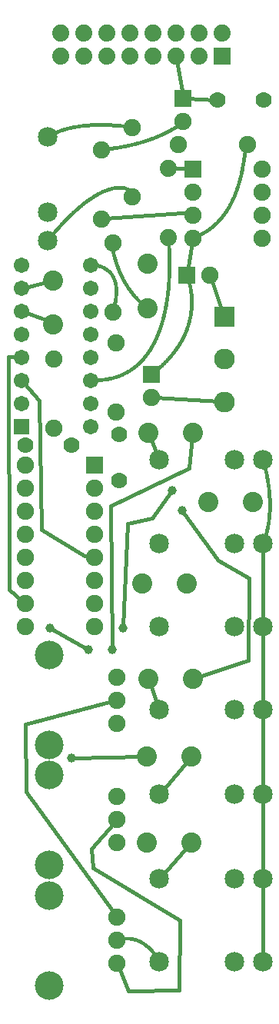
<source format=gtl>
G04 MADE WITH FRITZING*
G04 WWW.FRITZING.ORG*
G04 DOUBLE SIDED*
G04 HOLES PLATED*
G04 CONTOUR ON CENTER OF CONTOUR VECTOR*
%ASAXBY*%
%FSLAX23Y23*%
%MOIN*%
%OFA0B0*%
%SFA1.0B1.0*%
%ADD10C,0.067559*%
%ADD11C,0.085000*%
%ADD12C,0.087500*%
%ADD13C,0.074000*%
%ADD14C,0.090000*%
%ADD15C,0.039370*%
%ADD16C,0.075000*%
%ADD17C,0.074667*%
%ADD18C,0.074695*%
%ADD19C,0.124033*%
%ADD20C,0.070000*%
%ADD21R,0.067559X0.067559*%
%ADD22R,0.074000X0.074000*%
%ADD23R,0.090000X0.090000*%
%ADD24R,0.075000X0.075000*%
%ADD25C,0.016000*%
%ADD26R,0.001000X0.001000*%
%LNCOPPER1*%
G90*
G70*
G54D10*
X78Y2497D03*
X378Y2497D03*
X78Y2597D03*
X378Y2597D03*
X78Y2697D03*
X378Y2697D03*
X78Y2797D03*
X378Y2797D03*
X78Y2897D03*
X378Y2897D03*
X78Y2997D03*
X378Y2997D03*
X78Y3097D03*
X378Y3097D03*
X78Y3197D03*
X378Y3197D03*
X78Y2497D03*
X378Y2497D03*
X78Y2597D03*
X378Y2597D03*
X78Y2697D03*
X378Y2697D03*
X78Y2797D03*
X378Y2797D03*
X78Y2897D03*
X378Y2897D03*
X78Y2997D03*
X378Y2997D03*
X78Y3097D03*
X378Y3097D03*
X78Y3197D03*
X378Y3197D03*
G54D11*
X1123Y177D03*
X999Y177D03*
X674Y177D03*
X1123Y536D03*
X999Y536D03*
X674Y536D03*
X1123Y1270D03*
X999Y1270D03*
X674Y1270D03*
X1123Y902D03*
X999Y902D03*
X674Y902D03*
X1123Y1630D03*
X999Y1630D03*
X674Y1630D03*
X1123Y1988D03*
X999Y1988D03*
X674Y1988D03*
X1123Y2353D03*
X999Y2353D03*
X674Y2353D03*
X189Y3303D03*
X189Y3427D03*
X189Y3752D03*
G54D12*
X812Y693D03*
X620Y693D03*
X812Y693D03*
X620Y693D03*
X812Y1065D03*
X619Y1065D03*
X812Y1065D03*
X619Y1065D03*
X626Y1403D03*
X819Y1403D03*
X626Y1403D03*
X819Y1403D03*
X792Y1817D03*
X600Y1817D03*
X792Y1817D03*
X600Y1817D03*
X887Y2169D03*
X1080Y2169D03*
X887Y2169D03*
X1080Y2169D03*
X626Y2471D03*
X819Y2471D03*
X626Y2471D03*
X819Y2471D03*
X624Y3202D03*
X624Y3010D03*
X214Y3131D03*
X214Y2939D03*
G54D13*
X946Y4203D03*
X846Y4203D03*
X746Y4203D03*
X646Y4203D03*
X546Y4203D03*
X446Y4203D03*
X346Y4203D03*
X246Y4203D03*
X946Y4103D03*
X846Y4103D03*
X746Y4103D03*
X646Y4103D03*
X546Y4103D03*
X446Y4103D03*
X346Y4103D03*
X246Y4103D03*
X946Y4203D03*
X846Y4203D03*
X746Y4203D03*
X646Y4203D03*
X546Y4203D03*
X446Y4203D03*
X346Y4203D03*
X246Y4203D03*
X946Y4103D03*
X846Y4103D03*
X746Y4103D03*
X646Y4103D03*
X546Y4103D03*
X446Y4103D03*
X346Y4103D03*
X246Y4103D03*
X713Y3617D03*
X713Y3317D03*
X713Y3617D03*
X713Y3317D03*
G54D14*
X956Y2789D03*
X956Y2603D03*
X956Y2974D03*
G54D15*
X471Y1528D03*
X731Y2221D03*
X294Y1058D03*
X199Y1622D03*
X366Y1531D03*
G54D16*
X821Y3614D03*
X1121Y3614D03*
X821Y3514D03*
X1121Y3514D03*
X821Y3414D03*
X1121Y3414D03*
X821Y3314D03*
X1121Y3314D03*
X793Y3153D03*
X893Y3153D03*
X640Y2723D03*
X640Y2623D03*
X778Y3918D03*
X778Y3818D03*
X392Y2329D03*
X92Y2329D03*
X392Y2229D03*
X92Y2229D03*
X392Y2129D03*
X92Y2129D03*
X392Y2029D03*
X92Y2029D03*
X392Y1929D03*
X92Y1929D03*
X392Y1829D03*
X92Y1829D03*
X392Y1729D03*
X92Y1729D03*
X392Y1629D03*
X92Y1629D03*
X392Y2329D03*
X92Y2329D03*
X392Y2229D03*
X92Y2229D03*
X392Y2129D03*
X92Y2129D03*
X392Y2029D03*
X92Y2029D03*
X392Y1929D03*
X92Y1929D03*
X392Y1829D03*
X92Y1829D03*
X392Y1729D03*
X92Y1729D03*
X392Y1629D03*
X92Y1629D03*
G54D17*
X491Y692D03*
X491Y792D03*
G54D18*
X491Y892D03*
G54D19*
X196Y597D03*
X196Y986D03*
G54D17*
X491Y169D03*
X491Y269D03*
G54D18*
X491Y369D03*
G54D19*
X196Y74D03*
X196Y463D03*
G54D17*
X491Y1211D03*
X491Y1311D03*
G54D18*
X491Y1411D03*
G54D19*
X196Y1117D03*
X196Y1505D03*
G54D16*
X217Y2490D03*
X217Y2790D03*
X1057Y3720D03*
X757Y3720D03*
X558Y3794D03*
X558Y3494D03*
X424Y3397D03*
X424Y3697D03*
X472Y3294D03*
X472Y2994D03*
X488Y2860D03*
X488Y2560D03*
G54D20*
X1127Y3914D03*
X927Y3914D03*
X293Y2416D03*
X93Y2416D03*
X501Y2462D03*
X501Y2262D03*
G54D15*
X517Y1623D03*
X773Y2132D03*
G54D21*
X78Y2497D03*
X78Y2497D03*
G54D22*
X946Y4103D03*
X946Y4103D03*
G54D23*
X956Y2974D03*
G54D24*
X821Y3614D03*
X793Y3153D03*
X640Y2723D03*
X778Y3918D03*
X392Y2329D03*
X392Y2329D03*
G54D25*
X666Y2373D02*
X633Y2454D01*
D02*
X821Y3427D02*
X441Y3399D01*
D02*
X821Y3427D02*
X821Y3427D01*
D02*
X731Y3616D02*
X804Y3615D01*
D02*
X749Y4084D02*
X775Y3935D01*
D02*
X818Y3297D02*
X796Y3170D01*
D02*
X796Y3918D02*
X912Y3914D01*
D02*
X91Y2992D02*
X210Y2950D01*
D02*
X210Y2950D02*
X210Y2950D01*
D02*
X658Y2622D02*
X932Y2605D01*
D02*
X899Y3136D02*
X948Y2997D01*
D02*
X196Y3127D02*
X92Y3100D01*
D02*
X164Y2048D02*
X349Y1937D01*
D02*
X349Y1937D02*
X375Y1932D01*
D02*
X1123Y514D02*
X1123Y199D01*
D02*
X1123Y879D02*
X1123Y559D01*
D02*
X1123Y1247D02*
X1123Y924D01*
D02*
X1123Y1608D02*
X1123Y1292D01*
D02*
X1123Y1966D02*
X1123Y1653D01*
D02*
X154Y2611D02*
X164Y2048D01*
D02*
X88Y2687D02*
X154Y2611D01*
D02*
X463Y2154D02*
X471Y1536D01*
D02*
X817Y2452D02*
X804Y2317D01*
D02*
X804Y2317D02*
X463Y2154D01*
D02*
X800Y1051D02*
X689Y919D01*
D02*
X633Y1385D02*
X667Y1291D01*
D02*
X601Y1065D02*
X302Y1058D01*
D02*
X800Y679D02*
X689Y553D01*
D02*
X359Y1534D02*
X206Y1618D01*
D02*
X613Y3017D02*
X613Y3017D01*
D02*
X79Y1741D02*
X24Y1788D01*
D02*
X24Y1788D02*
X20Y2799D01*
D02*
X20Y2799D02*
X65Y2798D01*
D02*
X762Y357D02*
X385Y583D01*
D02*
X385Y583D02*
X381Y666D01*
D02*
X381Y666D02*
X477Y776D01*
D02*
X499Y149D02*
X539Y51D01*
D02*
X539Y51D02*
X759Y54D01*
D02*
X759Y54D02*
X762Y357D01*
D02*
X535Y2077D02*
X644Y2101D01*
D02*
X644Y2101D02*
X726Y2215D01*
D02*
X518Y1631D02*
X535Y2077D01*
D02*
X1059Y1483D02*
X1063Y1840D01*
D02*
X1063Y1840D02*
X929Y1917D01*
D02*
X836Y1409D02*
X1059Y1483D01*
D02*
X929Y1917D02*
X778Y2126D01*
D02*
X479Y385D02*
X96Y914D01*
D02*
X96Y914D02*
X94Y1205D01*
D02*
X94Y1205D02*
X471Y1305D01*
G54D26*
X776Y3825D02*
X782Y3825D01*
X774Y3824D02*
X783Y3824D01*
X773Y3823D02*
X784Y3823D01*
X772Y3822D02*
X785Y3822D01*
X770Y3821D02*
X786Y3821D01*
X769Y3820D02*
X786Y3820D01*
X768Y3819D02*
X786Y3819D01*
X767Y3818D02*
X786Y3818D01*
X765Y3817D02*
X786Y3817D01*
X764Y3816D02*
X786Y3816D01*
X763Y3815D02*
X786Y3815D01*
X761Y3814D02*
X785Y3814D01*
X760Y3813D02*
X784Y3813D01*
X396Y3812D02*
X447Y3812D01*
X759Y3812D02*
X784Y3812D01*
X375Y3811D02*
X469Y3811D01*
X757Y3811D02*
X782Y3811D01*
X362Y3810D02*
X485Y3810D01*
X756Y3810D02*
X781Y3810D01*
X350Y3809D02*
X497Y3809D01*
X754Y3809D02*
X780Y3809D01*
X341Y3808D02*
X508Y3808D01*
X753Y3808D02*
X779Y3808D01*
X333Y3807D02*
X518Y3807D01*
X751Y3807D02*
X778Y3807D01*
X326Y3806D02*
X527Y3806D01*
X750Y3806D02*
X776Y3806D01*
X319Y3805D02*
X536Y3805D01*
X748Y3805D02*
X775Y3805D01*
X313Y3804D02*
X543Y3804D01*
X747Y3804D02*
X774Y3804D01*
X307Y3803D02*
X551Y3803D01*
X745Y3803D02*
X772Y3803D01*
X302Y3802D02*
X558Y3802D01*
X744Y3802D02*
X771Y3802D01*
X297Y3801D02*
X562Y3801D01*
X742Y3801D02*
X770Y3801D01*
X292Y3800D02*
X563Y3800D01*
X741Y3800D02*
X768Y3800D01*
X288Y3799D02*
X564Y3799D01*
X739Y3799D02*
X767Y3799D01*
X283Y3798D02*
X565Y3798D01*
X737Y3798D02*
X765Y3798D01*
X279Y3797D02*
X566Y3797D01*
X736Y3797D02*
X764Y3797D01*
X275Y3796D02*
X393Y3796D01*
X449Y3796D02*
X566Y3796D01*
X734Y3796D02*
X763Y3796D01*
X271Y3795D02*
X373Y3795D01*
X470Y3795D02*
X566Y3795D01*
X732Y3795D02*
X761Y3795D01*
X268Y3794D02*
X360Y3794D01*
X486Y3794D02*
X566Y3794D01*
X731Y3794D02*
X760Y3794D01*
X264Y3793D02*
X350Y3793D01*
X498Y3793D02*
X566Y3793D01*
X729Y3793D02*
X758Y3793D01*
X260Y3792D02*
X341Y3792D01*
X509Y3792D02*
X566Y3792D01*
X727Y3792D02*
X757Y3792D01*
X257Y3791D02*
X333Y3791D01*
X518Y3791D02*
X566Y3791D01*
X725Y3791D02*
X755Y3791D01*
X254Y3790D02*
X326Y3790D01*
X527Y3790D02*
X565Y3790D01*
X724Y3790D02*
X754Y3790D01*
X251Y3789D02*
X319Y3789D01*
X536Y3789D02*
X565Y3789D01*
X722Y3789D02*
X752Y3789D01*
X248Y3788D02*
X313Y3788D01*
X543Y3788D02*
X564Y3788D01*
X720Y3788D02*
X751Y3788D01*
X245Y3787D02*
X308Y3787D01*
X551Y3787D02*
X562Y3787D01*
X718Y3787D02*
X749Y3787D01*
X242Y3786D02*
X302Y3786D01*
X559Y3786D02*
X559Y3786D01*
X716Y3786D02*
X747Y3786D01*
X239Y3785D02*
X297Y3785D01*
X715Y3785D02*
X746Y3785D01*
X237Y3784D02*
X293Y3784D01*
X713Y3784D02*
X744Y3784D01*
X234Y3783D02*
X288Y3783D01*
X711Y3783D02*
X742Y3783D01*
X231Y3782D02*
X284Y3782D01*
X709Y3782D02*
X741Y3782D01*
X229Y3781D02*
X280Y3781D01*
X707Y3781D02*
X739Y3781D01*
X227Y3780D02*
X276Y3780D01*
X705Y3780D02*
X737Y3780D01*
X224Y3779D02*
X272Y3779D01*
X703Y3779D02*
X736Y3779D01*
X222Y3778D02*
X269Y3778D01*
X701Y3778D02*
X734Y3778D01*
X219Y3777D02*
X265Y3777D01*
X699Y3777D02*
X732Y3777D01*
X217Y3776D02*
X262Y3776D01*
X697Y3776D02*
X730Y3776D01*
X215Y3775D02*
X259Y3775D01*
X695Y3775D02*
X729Y3775D01*
X213Y3774D02*
X255Y3774D01*
X693Y3774D02*
X727Y3774D01*
X211Y3773D02*
X252Y3773D01*
X691Y3773D02*
X725Y3773D01*
X209Y3772D02*
X249Y3772D01*
X689Y3772D02*
X723Y3772D01*
X207Y3771D02*
X246Y3771D01*
X687Y3771D02*
X721Y3771D01*
X205Y3770D02*
X244Y3770D01*
X684Y3770D02*
X719Y3770D01*
X203Y3769D02*
X241Y3769D01*
X682Y3769D02*
X718Y3769D01*
X201Y3768D02*
X238Y3768D01*
X680Y3768D02*
X716Y3768D01*
X200Y3767D02*
X236Y3767D01*
X678Y3767D02*
X714Y3767D01*
X198Y3766D02*
X233Y3766D01*
X676Y3766D02*
X712Y3766D01*
X196Y3765D02*
X231Y3765D01*
X673Y3765D02*
X710Y3765D01*
X195Y3764D02*
X229Y3764D01*
X671Y3764D02*
X708Y3764D01*
X193Y3763D02*
X226Y3763D01*
X669Y3763D02*
X706Y3763D01*
X191Y3762D02*
X224Y3762D01*
X666Y3762D02*
X704Y3762D01*
X190Y3761D02*
X222Y3761D01*
X664Y3761D02*
X702Y3761D01*
X189Y3760D02*
X220Y3760D01*
X661Y3760D02*
X700Y3760D01*
X187Y3759D02*
X218Y3759D01*
X659Y3759D02*
X698Y3759D01*
X186Y3758D02*
X216Y3758D01*
X657Y3758D02*
X696Y3758D01*
X185Y3757D02*
X214Y3757D01*
X654Y3757D02*
X693Y3757D01*
X184Y3756D02*
X212Y3756D01*
X651Y3756D02*
X691Y3756D01*
X183Y3755D02*
X210Y3755D01*
X649Y3755D02*
X689Y3755D01*
X183Y3754D02*
X208Y3754D01*
X646Y3754D02*
X687Y3754D01*
X183Y3753D02*
X206Y3753D01*
X644Y3753D02*
X685Y3753D01*
X182Y3752D02*
X205Y3752D01*
X641Y3752D02*
X682Y3752D01*
X182Y3751D02*
X203Y3751D01*
X638Y3751D02*
X680Y3751D01*
X182Y3750D02*
X201Y3750D01*
X636Y3750D02*
X678Y3750D01*
X183Y3749D02*
X200Y3749D01*
X633Y3749D02*
X676Y3749D01*
X183Y3748D02*
X198Y3748D01*
X630Y3748D02*
X673Y3748D01*
X184Y3747D02*
X197Y3747D01*
X627Y3747D02*
X671Y3747D01*
X185Y3746D02*
X195Y3746D01*
X624Y3746D02*
X668Y3746D01*
X186Y3745D02*
X194Y3745D01*
X621Y3745D02*
X666Y3745D01*
X187Y3744D02*
X192Y3744D01*
X618Y3744D02*
X664Y3744D01*
X615Y3743D02*
X661Y3743D01*
X612Y3742D02*
X659Y3742D01*
X609Y3741D02*
X656Y3741D01*
X606Y3740D02*
X653Y3740D01*
X603Y3739D02*
X651Y3739D01*
X599Y3738D02*
X648Y3738D01*
X596Y3737D02*
X646Y3737D01*
X593Y3736D02*
X643Y3736D01*
X589Y3735D02*
X640Y3735D01*
X586Y3734D02*
X637Y3734D01*
X582Y3733D02*
X634Y3733D01*
X578Y3732D02*
X632Y3732D01*
X575Y3731D02*
X629Y3731D01*
X571Y3730D02*
X626Y3730D01*
X567Y3729D02*
X623Y3729D01*
X563Y3728D02*
X620Y3728D01*
X559Y3727D02*
X617Y3727D01*
X1054Y3727D02*
X1060Y3727D01*
X555Y3726D02*
X613Y3726D01*
X1052Y3726D02*
X1061Y3726D01*
X550Y3725D02*
X610Y3725D01*
X1051Y3725D02*
X1063Y3725D01*
X546Y3724D02*
X607Y3724D01*
X1050Y3724D02*
X1063Y3724D01*
X542Y3723D02*
X604Y3723D01*
X1049Y3723D02*
X1064Y3723D01*
X537Y3722D02*
X601Y3722D01*
X1048Y3722D02*
X1064Y3722D01*
X532Y3721D02*
X597Y3721D01*
X1047Y3721D02*
X1064Y3721D01*
X528Y3720D02*
X594Y3720D01*
X1047Y3720D02*
X1065Y3720D01*
X522Y3719D02*
X590Y3719D01*
X1046Y3719D02*
X1064Y3719D01*
X517Y3718D02*
X587Y3718D01*
X1046Y3718D02*
X1064Y3718D01*
X512Y3717D02*
X583Y3717D01*
X1046Y3717D02*
X1064Y3717D01*
X506Y3716D02*
X579Y3716D01*
X1045Y3716D02*
X1064Y3716D01*
X500Y3715D02*
X575Y3715D01*
X1045Y3715D02*
X1063Y3715D01*
X494Y3714D02*
X572Y3714D01*
X1045Y3714D02*
X1062Y3714D01*
X488Y3713D02*
X568Y3713D01*
X1044Y3713D02*
X1061Y3713D01*
X482Y3712D02*
X564Y3712D01*
X1044Y3712D02*
X1060Y3712D01*
X475Y3711D02*
X560Y3711D01*
X1044Y3711D02*
X1059Y3711D01*
X468Y3710D02*
X555Y3710D01*
X1044Y3710D02*
X1059Y3710D01*
X460Y3709D02*
X551Y3709D01*
X1043Y3709D02*
X1059Y3709D01*
X451Y3708D02*
X547Y3708D01*
X1043Y3708D02*
X1058Y3708D01*
X443Y3707D02*
X542Y3707D01*
X1043Y3707D02*
X1058Y3707D01*
X432Y3706D02*
X537Y3706D01*
X1043Y3706D02*
X1058Y3706D01*
X423Y3705D02*
X533Y3705D01*
X1042Y3705D02*
X1058Y3705D01*
X421Y3704D02*
X528Y3704D01*
X1042Y3704D02*
X1057Y3704D01*
X419Y3703D02*
X523Y3703D01*
X1042Y3703D02*
X1057Y3703D01*
X418Y3702D02*
X517Y3702D01*
X1042Y3702D02*
X1057Y3702D01*
X418Y3701D02*
X512Y3701D01*
X1042Y3701D02*
X1057Y3701D01*
X417Y3700D02*
X507Y3700D01*
X1041Y3700D02*
X1057Y3700D01*
X417Y3699D02*
X501Y3699D01*
X1041Y3699D02*
X1056Y3699D01*
X417Y3698D02*
X495Y3698D01*
X1041Y3698D02*
X1056Y3698D01*
X417Y3697D02*
X489Y3697D01*
X1041Y3697D02*
X1056Y3697D01*
X417Y3696D02*
X482Y3696D01*
X1041Y3696D02*
X1056Y3696D01*
X417Y3695D02*
X475Y3695D01*
X1041Y3695D02*
X1056Y3695D01*
X417Y3694D02*
X468Y3694D01*
X1040Y3694D02*
X1056Y3694D01*
X418Y3693D02*
X460Y3693D01*
X1040Y3693D02*
X1055Y3693D01*
X419Y3692D02*
X451Y3692D01*
X1040Y3692D02*
X1055Y3692D01*
X420Y3691D02*
X442Y3691D01*
X1040Y3691D02*
X1055Y3691D01*
X421Y3690D02*
X432Y3690D01*
X1040Y3690D02*
X1055Y3690D01*
X1040Y3689D02*
X1055Y3689D01*
X1039Y3688D02*
X1055Y3688D01*
X1039Y3687D02*
X1054Y3687D01*
X1039Y3686D02*
X1054Y3686D01*
X1039Y3685D02*
X1054Y3685D01*
X1039Y3684D02*
X1054Y3684D01*
X1039Y3683D02*
X1054Y3683D01*
X1038Y3682D02*
X1054Y3682D01*
X1038Y3681D02*
X1054Y3681D01*
X1038Y3680D02*
X1053Y3680D01*
X1038Y3679D02*
X1053Y3679D01*
X1038Y3678D02*
X1053Y3678D01*
X1038Y3677D02*
X1053Y3677D01*
X1038Y3676D02*
X1053Y3676D01*
X1037Y3675D02*
X1053Y3675D01*
X1037Y3674D02*
X1052Y3674D01*
X1037Y3673D02*
X1052Y3673D01*
X1037Y3672D02*
X1052Y3672D01*
X1037Y3671D02*
X1052Y3671D01*
X1037Y3670D02*
X1052Y3670D01*
X1036Y3669D02*
X1052Y3669D01*
X1036Y3668D02*
X1052Y3668D01*
X1036Y3667D02*
X1051Y3667D01*
X1036Y3666D02*
X1051Y3666D01*
X1036Y3665D02*
X1051Y3665D01*
X1036Y3664D02*
X1051Y3664D01*
X1036Y3663D02*
X1051Y3663D01*
X1035Y3662D02*
X1051Y3662D01*
X1035Y3661D02*
X1050Y3661D01*
X1035Y3660D02*
X1050Y3660D01*
X1035Y3659D02*
X1050Y3659D01*
X1035Y3658D02*
X1050Y3658D01*
X1035Y3657D02*
X1050Y3657D01*
X1034Y3656D02*
X1050Y3656D01*
X1034Y3655D02*
X1049Y3655D01*
X1034Y3654D02*
X1049Y3654D01*
X1034Y3653D02*
X1049Y3653D01*
X1034Y3652D02*
X1049Y3652D01*
X1034Y3651D02*
X1049Y3651D01*
X1033Y3650D02*
X1049Y3650D01*
X1033Y3649D02*
X1049Y3649D01*
X1033Y3648D02*
X1048Y3648D01*
X1033Y3647D02*
X1048Y3647D01*
X1033Y3646D02*
X1048Y3646D01*
X1033Y3645D02*
X1048Y3645D01*
X1033Y3644D02*
X1048Y3644D01*
X1032Y3643D02*
X1048Y3643D01*
X1032Y3642D02*
X1047Y3642D01*
X1032Y3641D02*
X1047Y3641D01*
X1032Y3640D02*
X1047Y3640D01*
X1032Y3639D02*
X1047Y3639D01*
X1031Y3638D02*
X1047Y3638D01*
X1031Y3637D02*
X1047Y3637D01*
X1031Y3636D02*
X1046Y3636D01*
X1031Y3635D02*
X1046Y3635D01*
X1031Y3634D02*
X1046Y3634D01*
X1031Y3633D02*
X1046Y3633D01*
X1030Y3632D02*
X1046Y3632D01*
X1030Y3631D02*
X1045Y3631D01*
X1030Y3630D02*
X1045Y3630D01*
X1030Y3629D02*
X1045Y3629D01*
X1030Y3628D02*
X1045Y3628D01*
X1030Y3627D02*
X1045Y3627D01*
X1029Y3626D02*
X1045Y3626D01*
X1029Y3625D02*
X1044Y3625D01*
X1029Y3624D02*
X1044Y3624D01*
X1029Y3623D02*
X1044Y3623D01*
X1029Y3622D02*
X1044Y3622D01*
X1028Y3621D02*
X1044Y3621D01*
X1028Y3620D02*
X1044Y3620D01*
X1028Y3619D02*
X1043Y3619D01*
X1028Y3618D02*
X1043Y3618D01*
X1028Y3617D02*
X1043Y3617D01*
X1028Y3616D02*
X1043Y3616D01*
X1027Y3615D02*
X1043Y3615D01*
X1027Y3614D02*
X1042Y3614D01*
X1027Y3613D02*
X1042Y3613D01*
X1027Y3612D02*
X1042Y3612D01*
X1027Y3611D02*
X1042Y3611D01*
X1026Y3610D02*
X1042Y3610D01*
X1026Y3609D02*
X1041Y3609D01*
X1026Y3608D02*
X1041Y3608D01*
X1026Y3607D02*
X1041Y3607D01*
X1025Y3606D02*
X1041Y3606D01*
X1025Y3605D02*
X1041Y3605D01*
X1025Y3604D02*
X1040Y3604D01*
X1025Y3603D02*
X1040Y3603D01*
X1025Y3602D02*
X1040Y3602D01*
X1024Y3601D02*
X1040Y3601D01*
X1024Y3600D02*
X1040Y3600D01*
X1024Y3599D02*
X1039Y3599D01*
X1024Y3598D02*
X1039Y3598D01*
X1024Y3597D02*
X1039Y3597D01*
X1023Y3596D02*
X1039Y3596D01*
X1023Y3595D02*
X1039Y3595D01*
X1023Y3594D02*
X1038Y3594D01*
X1023Y3593D02*
X1038Y3593D01*
X1022Y3592D02*
X1038Y3592D01*
X1022Y3591D02*
X1038Y3591D01*
X1022Y3590D02*
X1037Y3590D01*
X1022Y3589D02*
X1037Y3589D01*
X1022Y3588D02*
X1037Y3588D01*
X1021Y3587D02*
X1037Y3587D01*
X1021Y3586D02*
X1036Y3586D01*
X1021Y3585D02*
X1036Y3585D01*
X1021Y3584D02*
X1036Y3584D01*
X1020Y3583D02*
X1036Y3583D01*
X1020Y3582D02*
X1036Y3582D01*
X1020Y3581D02*
X1035Y3581D01*
X1020Y3580D02*
X1035Y3580D01*
X1019Y3579D02*
X1035Y3579D01*
X1019Y3578D02*
X1035Y3578D01*
X1019Y3577D02*
X1034Y3577D01*
X1019Y3576D02*
X1034Y3576D01*
X1018Y3575D02*
X1034Y3575D01*
X1018Y3574D02*
X1034Y3574D01*
X1018Y3573D02*
X1033Y3573D01*
X1018Y3572D02*
X1033Y3572D01*
X1017Y3571D02*
X1033Y3571D01*
X1017Y3570D02*
X1033Y3570D01*
X1017Y3569D02*
X1032Y3569D01*
X1017Y3568D02*
X1032Y3568D01*
X1016Y3567D02*
X1032Y3567D01*
X1016Y3566D02*
X1032Y3566D01*
X1016Y3565D02*
X1031Y3565D01*
X1015Y3564D02*
X1031Y3564D01*
X1015Y3563D02*
X1031Y3563D01*
X1015Y3562D02*
X1030Y3562D01*
X1015Y3561D02*
X1030Y3561D01*
X1014Y3560D02*
X1030Y3560D01*
X1014Y3559D02*
X1030Y3559D01*
X1014Y3558D02*
X1029Y3558D01*
X1013Y3557D02*
X1029Y3557D01*
X1013Y3556D02*
X1029Y3556D01*
X1013Y3555D02*
X1029Y3555D01*
X1013Y3554D02*
X1028Y3554D01*
X1012Y3553D02*
X1028Y3553D01*
X1012Y3552D02*
X1028Y3552D01*
X1012Y3551D02*
X1027Y3551D01*
X1011Y3550D02*
X1027Y3550D01*
X1011Y3549D02*
X1027Y3549D01*
X1011Y3548D02*
X1027Y3548D01*
X1010Y3547D02*
X1026Y3547D01*
X1010Y3546D02*
X1026Y3546D01*
X1010Y3545D02*
X1026Y3545D01*
X1010Y3544D02*
X1025Y3544D01*
X1009Y3543D02*
X1025Y3543D01*
X1009Y3542D02*
X1025Y3542D01*
X1009Y3541D02*
X1024Y3541D01*
X490Y3540D02*
X513Y3540D01*
X1008Y3540D02*
X1024Y3540D01*
X481Y3539D02*
X520Y3539D01*
X1008Y3539D02*
X1024Y3539D01*
X476Y3538D02*
X525Y3538D01*
X1008Y3538D02*
X1023Y3538D01*
X471Y3537D02*
X528Y3537D01*
X1007Y3537D02*
X1023Y3537D01*
X467Y3536D02*
X532Y3536D01*
X1007Y3536D02*
X1023Y3536D01*
X463Y3535D02*
X534Y3535D01*
X1007Y3535D02*
X1023Y3535D01*
X459Y3534D02*
X537Y3534D01*
X1006Y3534D02*
X1022Y3534D01*
X456Y3533D02*
X539Y3533D01*
X1006Y3533D02*
X1022Y3533D01*
X453Y3532D02*
X541Y3532D01*
X1006Y3532D02*
X1022Y3532D01*
X450Y3531D02*
X543Y3531D01*
X1005Y3531D02*
X1021Y3531D01*
X447Y3530D02*
X545Y3530D01*
X1005Y3530D02*
X1021Y3530D01*
X444Y3529D02*
X547Y3529D01*
X1005Y3529D02*
X1021Y3529D01*
X442Y3528D02*
X548Y3528D01*
X1004Y3528D02*
X1020Y3528D01*
X439Y3527D02*
X550Y3527D01*
X1004Y3527D02*
X1020Y3527D01*
X436Y3526D02*
X551Y3526D01*
X1004Y3526D02*
X1020Y3526D01*
X434Y3525D02*
X552Y3525D01*
X1003Y3525D02*
X1019Y3525D01*
X432Y3524D02*
X489Y3524D01*
X513Y3524D02*
X553Y3524D01*
X1003Y3524D02*
X1019Y3524D01*
X429Y3523D02*
X482Y3523D01*
X519Y3523D02*
X554Y3523D01*
X1003Y3523D02*
X1018Y3523D01*
X427Y3522D02*
X476Y3522D01*
X524Y3522D02*
X555Y3522D01*
X1002Y3522D02*
X1018Y3522D01*
X425Y3521D02*
X472Y3521D01*
X527Y3521D02*
X557Y3521D01*
X1002Y3521D02*
X1018Y3521D01*
X423Y3520D02*
X468Y3520D01*
X530Y3520D02*
X557Y3520D01*
X1002Y3520D02*
X1017Y3520D01*
X421Y3519D02*
X464Y3519D01*
X533Y3519D02*
X558Y3519D01*
X1001Y3519D02*
X1017Y3519D01*
X419Y3518D02*
X461Y3518D01*
X535Y3518D02*
X559Y3518D01*
X1001Y3518D02*
X1017Y3518D01*
X417Y3517D02*
X457Y3517D01*
X536Y3517D02*
X560Y3517D01*
X1000Y3517D02*
X1016Y3517D01*
X415Y3516D02*
X454Y3516D01*
X538Y3516D02*
X561Y3516D01*
X1000Y3516D02*
X1016Y3516D01*
X413Y3515D02*
X451Y3515D01*
X540Y3515D02*
X561Y3515D01*
X1000Y3515D02*
X1016Y3515D01*
X411Y3514D02*
X449Y3514D01*
X541Y3514D02*
X562Y3514D01*
X999Y3514D02*
X1015Y3514D01*
X409Y3513D02*
X446Y3513D01*
X543Y3513D02*
X563Y3513D01*
X999Y3513D02*
X1015Y3513D01*
X407Y3512D02*
X443Y3512D01*
X544Y3512D02*
X563Y3512D01*
X998Y3512D02*
X1015Y3512D01*
X405Y3511D02*
X441Y3511D01*
X545Y3511D02*
X564Y3511D01*
X998Y3511D02*
X1014Y3511D01*
X403Y3510D02*
X438Y3510D01*
X546Y3510D02*
X564Y3510D01*
X998Y3510D02*
X1014Y3510D01*
X402Y3509D02*
X436Y3509D01*
X547Y3509D02*
X565Y3509D01*
X997Y3509D02*
X1013Y3509D01*
X400Y3508D02*
X434Y3508D01*
X548Y3508D02*
X565Y3508D01*
X997Y3508D02*
X1013Y3508D01*
X398Y3507D02*
X432Y3507D01*
X549Y3507D02*
X565Y3507D01*
X997Y3507D02*
X1013Y3507D01*
X396Y3506D02*
X429Y3506D01*
X549Y3506D02*
X566Y3506D01*
X996Y3506D02*
X1012Y3506D01*
X395Y3505D02*
X427Y3505D01*
X550Y3505D02*
X566Y3505D01*
X996Y3505D02*
X1012Y3505D01*
X393Y3504D02*
X425Y3504D01*
X550Y3504D02*
X566Y3504D01*
X995Y3504D02*
X1011Y3504D01*
X391Y3503D02*
X423Y3503D01*
X551Y3503D02*
X566Y3503D01*
X995Y3503D02*
X1011Y3503D01*
X390Y3502D02*
X421Y3502D01*
X551Y3502D02*
X567Y3502D01*
X995Y3502D02*
X1011Y3502D01*
X388Y3501D02*
X419Y3501D01*
X552Y3501D02*
X567Y3501D01*
X994Y3501D02*
X1010Y3501D01*
X386Y3500D02*
X417Y3500D01*
X552Y3500D02*
X567Y3500D01*
X994Y3500D02*
X1010Y3500D01*
X385Y3499D02*
X415Y3499D01*
X552Y3499D02*
X567Y3499D01*
X993Y3499D02*
X1009Y3499D01*
X383Y3498D02*
X414Y3498D01*
X552Y3498D02*
X567Y3498D01*
X993Y3498D02*
X1009Y3498D01*
X382Y3497D02*
X412Y3497D01*
X552Y3497D02*
X567Y3497D01*
X992Y3497D02*
X1009Y3497D01*
X380Y3496D02*
X410Y3496D01*
X552Y3496D02*
X567Y3496D01*
X992Y3496D02*
X1008Y3496D01*
X379Y3495D02*
X408Y3495D01*
X551Y3495D02*
X567Y3495D01*
X992Y3495D02*
X1008Y3495D01*
X377Y3494D02*
X406Y3494D01*
X551Y3494D02*
X566Y3494D01*
X991Y3494D02*
X1007Y3494D01*
X376Y3493D02*
X405Y3493D01*
X551Y3493D02*
X566Y3493D01*
X991Y3493D02*
X1007Y3493D01*
X374Y3492D02*
X403Y3492D01*
X552Y3492D02*
X566Y3492D01*
X990Y3492D02*
X1007Y3492D01*
X372Y3491D02*
X401Y3491D01*
X552Y3491D02*
X566Y3491D01*
X990Y3491D02*
X1006Y3491D01*
X371Y3490D02*
X400Y3490D01*
X552Y3490D02*
X565Y3490D01*
X989Y3490D02*
X1006Y3490D01*
X370Y3489D02*
X398Y3489D01*
X553Y3489D02*
X564Y3489D01*
X989Y3489D02*
X1005Y3489D01*
X368Y3488D02*
X396Y3488D01*
X554Y3488D02*
X564Y3488D01*
X988Y3488D02*
X1005Y3488D01*
X367Y3487D02*
X395Y3487D01*
X555Y3487D02*
X562Y3487D01*
X988Y3487D02*
X1004Y3487D01*
X365Y3486D02*
X393Y3486D01*
X988Y3486D02*
X1004Y3486D01*
X364Y3485D02*
X392Y3485D01*
X987Y3485D02*
X1003Y3485D01*
X363Y3484D02*
X390Y3484D01*
X987Y3484D02*
X1003Y3484D01*
X361Y3483D02*
X388Y3483D01*
X986Y3483D02*
X1003Y3483D01*
X360Y3482D02*
X387Y3482D01*
X986Y3482D02*
X1002Y3482D01*
X358Y3481D02*
X385Y3481D01*
X985Y3481D02*
X1002Y3481D01*
X357Y3480D02*
X384Y3480D01*
X985Y3480D02*
X1001Y3480D01*
X355Y3479D02*
X382Y3479D01*
X984Y3479D02*
X1001Y3479D01*
X354Y3478D02*
X381Y3478D01*
X984Y3478D02*
X1000Y3478D01*
X353Y3477D02*
X379Y3477D01*
X983Y3477D02*
X1000Y3477D01*
X351Y3476D02*
X378Y3476D01*
X983Y3476D02*
X999Y3476D01*
X350Y3475D02*
X376Y3475D01*
X982Y3475D02*
X999Y3475D01*
X349Y3474D02*
X375Y3474D01*
X982Y3474D02*
X998Y3474D01*
X348Y3473D02*
X374Y3473D01*
X981Y3473D02*
X998Y3473D01*
X346Y3472D02*
X372Y3472D01*
X981Y3472D02*
X997Y3472D01*
X345Y3471D02*
X371Y3471D01*
X980Y3471D02*
X997Y3471D01*
X344Y3470D02*
X369Y3470D01*
X980Y3470D02*
X996Y3470D01*
X342Y3469D02*
X368Y3469D01*
X979Y3469D02*
X996Y3469D01*
X341Y3468D02*
X367Y3468D01*
X979Y3468D02*
X995Y3468D01*
X340Y3467D02*
X365Y3467D01*
X978Y3467D02*
X995Y3467D01*
X339Y3466D02*
X364Y3466D01*
X978Y3466D02*
X994Y3466D01*
X337Y3465D02*
X362Y3465D01*
X977Y3465D02*
X994Y3465D01*
X336Y3464D02*
X361Y3464D01*
X977Y3464D02*
X993Y3464D01*
X335Y3463D02*
X360Y3463D01*
X976Y3463D02*
X993Y3463D01*
X334Y3462D02*
X359Y3462D01*
X976Y3462D02*
X993Y3462D01*
X332Y3461D02*
X357Y3461D01*
X975Y3461D02*
X992Y3461D01*
X331Y3460D02*
X356Y3460D01*
X974Y3460D02*
X991Y3460D01*
X330Y3459D02*
X355Y3459D01*
X974Y3459D02*
X991Y3459D01*
X329Y3458D02*
X353Y3458D01*
X973Y3458D02*
X990Y3458D01*
X328Y3457D02*
X352Y3457D01*
X973Y3457D02*
X990Y3457D01*
X326Y3456D02*
X351Y3456D01*
X972Y3456D02*
X989Y3456D01*
X325Y3455D02*
X350Y3455D01*
X972Y3455D02*
X989Y3455D01*
X324Y3454D02*
X348Y3454D01*
X971Y3454D02*
X988Y3454D01*
X323Y3453D02*
X347Y3453D01*
X971Y3453D02*
X988Y3453D01*
X322Y3452D02*
X346Y3452D01*
X970Y3452D02*
X987Y3452D01*
X320Y3451D02*
X344Y3451D01*
X969Y3451D02*
X986Y3451D01*
X319Y3450D02*
X343Y3450D01*
X969Y3450D02*
X986Y3450D01*
X318Y3449D02*
X342Y3449D01*
X968Y3449D02*
X985Y3449D01*
X317Y3448D02*
X341Y3448D01*
X968Y3448D02*
X985Y3448D01*
X316Y3447D02*
X340Y3447D01*
X967Y3447D02*
X984Y3447D01*
X315Y3446D02*
X338Y3446D01*
X966Y3446D02*
X984Y3446D01*
X313Y3445D02*
X337Y3445D01*
X966Y3445D02*
X983Y3445D01*
X312Y3444D02*
X336Y3444D01*
X965Y3444D02*
X983Y3444D01*
X311Y3443D02*
X335Y3443D01*
X965Y3443D02*
X982Y3443D01*
X310Y3442D02*
X334Y3442D01*
X964Y3442D02*
X981Y3442D01*
X309Y3441D02*
X332Y3441D01*
X963Y3441D02*
X981Y3441D01*
X308Y3440D02*
X331Y3440D01*
X963Y3440D02*
X980Y3440D01*
X307Y3439D02*
X330Y3439D01*
X962Y3439D02*
X980Y3439D01*
X306Y3438D02*
X329Y3438D01*
X961Y3438D02*
X979Y3438D01*
X305Y3437D02*
X328Y3437D01*
X961Y3437D02*
X978Y3437D01*
X304Y3436D02*
X326Y3436D01*
X960Y3436D02*
X978Y3436D01*
X302Y3435D02*
X325Y3435D01*
X960Y3435D02*
X977Y3435D01*
X301Y3434D02*
X324Y3434D01*
X959Y3434D02*
X977Y3434D01*
X300Y3433D02*
X323Y3433D01*
X958Y3433D02*
X976Y3433D01*
X299Y3432D02*
X322Y3432D01*
X958Y3432D02*
X975Y3432D01*
X298Y3431D02*
X321Y3431D01*
X957Y3431D02*
X975Y3431D01*
X297Y3430D02*
X320Y3430D01*
X956Y3430D02*
X974Y3430D01*
X296Y3429D02*
X319Y3429D01*
X955Y3429D02*
X973Y3429D01*
X295Y3428D02*
X317Y3428D01*
X955Y3428D02*
X973Y3428D01*
X294Y3427D02*
X316Y3427D01*
X954Y3427D02*
X972Y3427D01*
X293Y3426D02*
X315Y3426D01*
X953Y3426D02*
X971Y3426D01*
X292Y3425D02*
X314Y3425D01*
X953Y3425D02*
X971Y3425D01*
X291Y3424D02*
X313Y3424D01*
X952Y3424D02*
X970Y3424D01*
X290Y3423D02*
X312Y3423D01*
X951Y3423D02*
X969Y3423D01*
X288Y3422D02*
X311Y3422D01*
X950Y3422D02*
X969Y3422D01*
X287Y3421D02*
X310Y3421D01*
X950Y3421D02*
X968Y3421D01*
X286Y3420D02*
X309Y3420D01*
X949Y3420D02*
X967Y3420D01*
X285Y3419D02*
X308Y3419D01*
X948Y3419D02*
X967Y3419D01*
X284Y3418D02*
X306Y3418D01*
X948Y3418D02*
X966Y3418D01*
X283Y3417D02*
X305Y3417D01*
X947Y3417D02*
X965Y3417D01*
X282Y3416D02*
X304Y3416D01*
X946Y3416D02*
X964Y3416D01*
X281Y3415D02*
X303Y3415D01*
X945Y3415D02*
X964Y3415D01*
X280Y3414D02*
X302Y3414D01*
X944Y3414D02*
X963Y3414D01*
X279Y3413D02*
X301Y3413D01*
X944Y3413D02*
X962Y3413D01*
X278Y3412D02*
X300Y3412D01*
X943Y3412D02*
X962Y3412D01*
X277Y3411D02*
X299Y3411D01*
X942Y3411D02*
X961Y3411D01*
X276Y3410D02*
X298Y3410D01*
X941Y3410D02*
X960Y3410D01*
X275Y3409D02*
X297Y3409D01*
X940Y3409D02*
X959Y3409D01*
X274Y3408D02*
X296Y3408D01*
X940Y3408D02*
X959Y3408D01*
X273Y3407D02*
X295Y3407D01*
X939Y3407D02*
X958Y3407D01*
X272Y3406D02*
X294Y3406D01*
X938Y3406D02*
X957Y3406D01*
X271Y3405D02*
X293Y3405D01*
X937Y3405D02*
X956Y3405D01*
X270Y3404D02*
X292Y3404D01*
X936Y3404D02*
X956Y3404D01*
X269Y3403D02*
X291Y3403D01*
X935Y3403D02*
X955Y3403D01*
X268Y3402D02*
X290Y3402D01*
X935Y3402D02*
X954Y3402D01*
X267Y3401D02*
X289Y3401D01*
X934Y3401D02*
X953Y3401D01*
X266Y3400D02*
X288Y3400D01*
X933Y3400D02*
X952Y3400D01*
X265Y3399D02*
X287Y3399D01*
X932Y3399D02*
X952Y3399D01*
X264Y3398D02*
X286Y3398D01*
X931Y3398D02*
X951Y3398D01*
X263Y3397D02*
X285Y3397D01*
X930Y3397D02*
X950Y3397D01*
X262Y3396D02*
X284Y3396D01*
X929Y3396D02*
X949Y3396D01*
X261Y3395D02*
X283Y3395D01*
X928Y3395D02*
X948Y3395D01*
X260Y3394D02*
X282Y3394D01*
X927Y3394D02*
X947Y3394D01*
X259Y3393D02*
X281Y3393D01*
X926Y3393D02*
X947Y3393D01*
X258Y3392D02*
X280Y3392D01*
X926Y3392D02*
X946Y3392D01*
X257Y3391D02*
X279Y3391D01*
X925Y3391D02*
X945Y3391D01*
X256Y3390D02*
X278Y3390D01*
X924Y3390D02*
X944Y3390D01*
X255Y3389D02*
X277Y3389D01*
X923Y3389D02*
X943Y3389D01*
X254Y3388D02*
X276Y3388D01*
X922Y3388D02*
X942Y3388D01*
X253Y3387D02*
X275Y3387D01*
X921Y3387D02*
X941Y3387D01*
X253Y3386D02*
X274Y3386D01*
X920Y3386D02*
X940Y3386D01*
X252Y3385D02*
X273Y3385D01*
X919Y3385D02*
X939Y3385D01*
X251Y3384D02*
X272Y3384D01*
X918Y3384D02*
X939Y3384D01*
X250Y3383D02*
X271Y3383D01*
X917Y3383D02*
X938Y3383D01*
X249Y3382D02*
X270Y3382D01*
X916Y3382D02*
X937Y3382D01*
X248Y3381D02*
X269Y3381D01*
X914Y3381D02*
X936Y3381D01*
X247Y3380D02*
X268Y3380D01*
X913Y3380D02*
X935Y3380D01*
X246Y3379D02*
X267Y3379D01*
X912Y3379D02*
X934Y3379D01*
X245Y3378D02*
X266Y3378D01*
X911Y3378D02*
X933Y3378D01*
X244Y3377D02*
X265Y3377D01*
X910Y3377D02*
X932Y3377D01*
X243Y3376D02*
X264Y3376D01*
X909Y3376D02*
X931Y3376D01*
X242Y3375D02*
X263Y3375D01*
X908Y3375D02*
X930Y3375D01*
X241Y3374D02*
X262Y3374D01*
X907Y3374D02*
X929Y3374D01*
X241Y3373D02*
X261Y3373D01*
X906Y3373D02*
X928Y3373D01*
X240Y3372D02*
X260Y3372D01*
X904Y3372D02*
X927Y3372D01*
X239Y3371D02*
X259Y3371D01*
X903Y3371D02*
X926Y3371D01*
X238Y3370D02*
X258Y3370D01*
X902Y3370D02*
X925Y3370D01*
X237Y3369D02*
X258Y3369D01*
X901Y3369D02*
X924Y3369D01*
X236Y3368D02*
X257Y3368D01*
X900Y3368D02*
X923Y3368D01*
X235Y3367D02*
X256Y3367D01*
X898Y3367D02*
X922Y3367D01*
X234Y3366D02*
X255Y3366D01*
X897Y3366D02*
X920Y3366D01*
X233Y3365D02*
X254Y3365D01*
X896Y3365D02*
X919Y3365D01*
X232Y3364D02*
X253Y3364D01*
X895Y3364D02*
X918Y3364D01*
X231Y3363D02*
X252Y3363D01*
X893Y3363D02*
X917Y3363D01*
X230Y3362D02*
X251Y3362D01*
X892Y3362D02*
X916Y3362D01*
X230Y3361D02*
X250Y3361D01*
X891Y3361D02*
X915Y3361D01*
X229Y3360D02*
X249Y3360D01*
X890Y3360D02*
X914Y3360D01*
X228Y3359D02*
X248Y3359D01*
X888Y3359D02*
X913Y3359D01*
X227Y3358D02*
X247Y3358D01*
X887Y3358D02*
X911Y3358D01*
X226Y3357D02*
X246Y3357D01*
X885Y3357D02*
X910Y3357D01*
X225Y3356D02*
X246Y3356D01*
X884Y3356D02*
X909Y3356D01*
X224Y3355D02*
X245Y3355D01*
X883Y3355D02*
X908Y3355D01*
X223Y3354D02*
X244Y3354D01*
X881Y3354D02*
X907Y3354D01*
X223Y3353D02*
X243Y3353D01*
X880Y3353D02*
X905Y3353D01*
X222Y3352D02*
X242Y3352D01*
X878Y3352D02*
X904Y3352D01*
X221Y3351D02*
X241Y3351D01*
X877Y3351D02*
X903Y3351D01*
X220Y3350D02*
X240Y3350D01*
X875Y3350D02*
X902Y3350D01*
X219Y3349D02*
X239Y3349D01*
X874Y3349D02*
X900Y3349D01*
X218Y3348D02*
X238Y3348D01*
X872Y3348D02*
X899Y3348D01*
X217Y3347D02*
X238Y3347D01*
X871Y3347D02*
X898Y3347D01*
X216Y3346D02*
X237Y3346D01*
X869Y3346D02*
X896Y3346D01*
X216Y3345D02*
X236Y3345D01*
X867Y3345D02*
X895Y3345D01*
X215Y3344D02*
X235Y3344D01*
X866Y3344D02*
X894Y3344D01*
X214Y3343D02*
X234Y3343D01*
X864Y3343D02*
X892Y3343D01*
X213Y3342D02*
X233Y3342D01*
X862Y3342D02*
X891Y3342D01*
X212Y3341D02*
X232Y3341D01*
X860Y3341D02*
X889Y3341D01*
X211Y3340D02*
X231Y3340D01*
X859Y3340D02*
X888Y3340D01*
X210Y3339D02*
X231Y3339D01*
X857Y3339D02*
X886Y3339D01*
X209Y3338D02*
X230Y3338D01*
X855Y3338D02*
X885Y3338D01*
X209Y3337D02*
X229Y3337D01*
X853Y3337D02*
X883Y3337D01*
X208Y3336D02*
X228Y3336D01*
X851Y3336D02*
X882Y3336D01*
X207Y3335D02*
X227Y3335D01*
X849Y3335D02*
X880Y3335D01*
X206Y3334D02*
X226Y3334D01*
X847Y3334D02*
X879Y3334D01*
X205Y3333D02*
X225Y3333D01*
X845Y3333D02*
X877Y3333D01*
X204Y3332D02*
X224Y3332D01*
X843Y3332D02*
X876Y3332D01*
X203Y3331D02*
X224Y3331D01*
X841Y3331D02*
X874Y3331D01*
X203Y3330D02*
X223Y3330D01*
X839Y3330D02*
X872Y3330D01*
X202Y3329D02*
X222Y3329D01*
X837Y3329D02*
X870Y3329D01*
X201Y3328D02*
X221Y3328D01*
X835Y3328D02*
X869Y3328D01*
X200Y3327D02*
X220Y3327D01*
X832Y3327D02*
X867Y3327D01*
X199Y3326D02*
X219Y3326D01*
X830Y3326D02*
X865Y3326D01*
X198Y3325D02*
X218Y3325D01*
X828Y3325D02*
X863Y3325D01*
X198Y3324D02*
X217Y3324D01*
X711Y3324D02*
X716Y3324D01*
X825Y3324D02*
X862Y3324D01*
X197Y3323D02*
X217Y3323D01*
X709Y3323D02*
X718Y3323D01*
X823Y3323D02*
X860Y3323D01*
X196Y3322D02*
X216Y3322D01*
X708Y3322D02*
X719Y3322D01*
X820Y3322D02*
X858Y3322D01*
X195Y3321D02*
X215Y3321D01*
X707Y3321D02*
X719Y3321D01*
X818Y3321D02*
X856Y3321D01*
X194Y3320D02*
X214Y3320D01*
X707Y3320D02*
X720Y3320D01*
X817Y3320D02*
X854Y3320D01*
X193Y3319D02*
X213Y3319D01*
X706Y3319D02*
X720Y3319D01*
X816Y3319D02*
X852Y3319D01*
X193Y3318D02*
X212Y3318D01*
X706Y3318D02*
X721Y3318D01*
X815Y3318D02*
X850Y3318D01*
X192Y3317D02*
X212Y3317D01*
X706Y3317D02*
X721Y3317D01*
X815Y3317D02*
X848Y3317D01*
X191Y3316D02*
X211Y3316D01*
X706Y3316D02*
X721Y3316D01*
X814Y3316D02*
X846Y3316D01*
X190Y3315D02*
X210Y3315D01*
X706Y3315D02*
X721Y3315D01*
X814Y3315D02*
X844Y3315D01*
X189Y3314D02*
X209Y3314D01*
X706Y3314D02*
X721Y3314D01*
X814Y3314D02*
X841Y3314D01*
X189Y3313D02*
X208Y3313D01*
X706Y3313D02*
X721Y3313D01*
X814Y3313D02*
X839Y3313D01*
X188Y3312D02*
X207Y3312D01*
X706Y3312D02*
X721Y3312D01*
X815Y3312D02*
X837Y3312D01*
X187Y3311D02*
X207Y3311D01*
X706Y3311D02*
X721Y3311D01*
X815Y3311D02*
X835Y3311D01*
X186Y3310D02*
X206Y3310D01*
X706Y3310D02*
X721Y3310D01*
X815Y3310D02*
X832Y3310D01*
X185Y3309D02*
X205Y3309D01*
X707Y3309D02*
X722Y3309D01*
X816Y3309D02*
X830Y3309D01*
X184Y3308D02*
X204Y3308D01*
X707Y3308D02*
X722Y3308D01*
X817Y3308D02*
X827Y3308D01*
X184Y3307D02*
X203Y3307D01*
X707Y3307D02*
X722Y3307D01*
X819Y3307D02*
X825Y3307D01*
X183Y3306D02*
X202Y3306D01*
X707Y3306D02*
X722Y3306D01*
X183Y3305D02*
X202Y3305D01*
X707Y3305D02*
X722Y3305D01*
X182Y3304D02*
X201Y3304D01*
X707Y3304D02*
X722Y3304D01*
X182Y3303D02*
X200Y3303D01*
X707Y3303D02*
X722Y3303D01*
X182Y3302D02*
X199Y3302D01*
X707Y3302D02*
X722Y3302D01*
X183Y3301D02*
X198Y3301D01*
X470Y3301D02*
X475Y3301D01*
X707Y3301D02*
X722Y3301D01*
X183Y3300D02*
X197Y3300D01*
X468Y3300D02*
X477Y3300D01*
X707Y3300D02*
X722Y3300D01*
X183Y3299D02*
X197Y3299D01*
X467Y3299D02*
X478Y3299D01*
X707Y3299D02*
X722Y3299D01*
X184Y3298D02*
X196Y3298D01*
X466Y3298D02*
X479Y3298D01*
X707Y3298D02*
X723Y3298D01*
X185Y3297D02*
X195Y3297D01*
X465Y3297D02*
X479Y3297D01*
X708Y3297D02*
X723Y3297D01*
X186Y3296D02*
X194Y3296D01*
X465Y3296D02*
X480Y3296D01*
X708Y3296D02*
X723Y3296D01*
X188Y3295D02*
X191Y3295D01*
X464Y3295D02*
X480Y3295D01*
X708Y3295D02*
X723Y3295D01*
X464Y3294D02*
X480Y3294D01*
X708Y3294D02*
X723Y3294D01*
X464Y3293D02*
X480Y3293D01*
X708Y3293D02*
X723Y3293D01*
X463Y3292D02*
X480Y3292D01*
X708Y3292D02*
X723Y3292D01*
X463Y3291D02*
X480Y3291D01*
X708Y3291D02*
X723Y3291D01*
X463Y3290D02*
X479Y3290D01*
X708Y3290D02*
X723Y3290D01*
X463Y3289D02*
X479Y3289D01*
X708Y3289D02*
X723Y3289D01*
X463Y3288D02*
X478Y3288D01*
X708Y3288D02*
X723Y3288D01*
X463Y3287D02*
X478Y3287D01*
X708Y3287D02*
X723Y3287D01*
X463Y3286D02*
X478Y3286D01*
X708Y3286D02*
X723Y3286D01*
X463Y3285D02*
X478Y3285D01*
X708Y3285D02*
X724Y3285D01*
X463Y3284D02*
X478Y3284D01*
X709Y3284D02*
X724Y3284D01*
X463Y3283D02*
X478Y3283D01*
X709Y3283D02*
X724Y3283D01*
X463Y3282D02*
X478Y3282D01*
X709Y3282D02*
X724Y3282D01*
X463Y3281D02*
X478Y3281D01*
X709Y3281D02*
X724Y3281D01*
X463Y3280D02*
X478Y3280D01*
X709Y3280D02*
X724Y3280D01*
X463Y3279D02*
X478Y3279D01*
X709Y3279D02*
X724Y3279D01*
X463Y3278D02*
X478Y3278D01*
X709Y3278D02*
X724Y3278D01*
X463Y3277D02*
X478Y3277D01*
X709Y3277D02*
X724Y3277D01*
X463Y3276D02*
X478Y3276D01*
X709Y3276D02*
X724Y3276D01*
X463Y3275D02*
X479Y3275D01*
X709Y3275D02*
X724Y3275D01*
X464Y3274D02*
X479Y3274D01*
X709Y3274D02*
X724Y3274D01*
X464Y3273D02*
X479Y3273D01*
X709Y3273D02*
X724Y3273D01*
X464Y3272D02*
X479Y3272D01*
X709Y3272D02*
X724Y3272D01*
X464Y3271D02*
X479Y3271D01*
X709Y3271D02*
X724Y3271D01*
X464Y3270D02*
X479Y3270D01*
X709Y3270D02*
X724Y3270D01*
X464Y3269D02*
X479Y3269D01*
X709Y3269D02*
X725Y3269D01*
X464Y3268D02*
X479Y3268D01*
X710Y3268D02*
X725Y3268D01*
X464Y3267D02*
X480Y3267D01*
X710Y3267D02*
X725Y3267D01*
X465Y3266D02*
X480Y3266D01*
X710Y3266D02*
X725Y3266D01*
X465Y3265D02*
X480Y3265D01*
X710Y3265D02*
X725Y3265D01*
X465Y3264D02*
X480Y3264D01*
X710Y3264D02*
X725Y3264D01*
X465Y3263D02*
X480Y3263D01*
X710Y3263D02*
X725Y3263D01*
X465Y3262D02*
X480Y3262D01*
X710Y3262D02*
X725Y3262D01*
X465Y3261D02*
X481Y3261D01*
X710Y3261D02*
X725Y3261D01*
X466Y3260D02*
X481Y3260D01*
X710Y3260D02*
X725Y3260D01*
X466Y3259D02*
X481Y3259D01*
X710Y3259D02*
X725Y3259D01*
X466Y3258D02*
X481Y3258D01*
X710Y3258D02*
X725Y3258D01*
X466Y3257D02*
X481Y3257D01*
X710Y3257D02*
X725Y3257D01*
X466Y3256D02*
X482Y3256D01*
X710Y3256D02*
X725Y3256D01*
X467Y3255D02*
X482Y3255D01*
X710Y3255D02*
X725Y3255D01*
X467Y3254D02*
X482Y3254D01*
X710Y3254D02*
X725Y3254D01*
X467Y3253D02*
X482Y3253D01*
X710Y3253D02*
X725Y3253D01*
X467Y3252D02*
X482Y3252D01*
X710Y3252D02*
X725Y3252D01*
X467Y3251D02*
X483Y3251D01*
X710Y3251D02*
X725Y3251D01*
X468Y3250D02*
X483Y3250D01*
X710Y3250D02*
X725Y3250D01*
X468Y3249D02*
X483Y3249D01*
X710Y3249D02*
X725Y3249D01*
X468Y3248D02*
X483Y3248D01*
X710Y3248D02*
X725Y3248D01*
X468Y3247D02*
X484Y3247D01*
X710Y3247D02*
X725Y3247D01*
X468Y3246D02*
X484Y3246D01*
X711Y3246D02*
X726Y3246D01*
X469Y3245D02*
X484Y3245D01*
X711Y3245D02*
X726Y3245D01*
X469Y3244D02*
X484Y3244D01*
X711Y3244D02*
X726Y3244D01*
X469Y3243D02*
X485Y3243D01*
X711Y3243D02*
X726Y3243D01*
X469Y3242D02*
X485Y3242D01*
X711Y3242D02*
X726Y3242D01*
X470Y3241D02*
X485Y3241D01*
X711Y3241D02*
X726Y3241D01*
X470Y3240D02*
X485Y3240D01*
X711Y3240D02*
X726Y3240D01*
X470Y3239D02*
X485Y3239D01*
X711Y3239D02*
X726Y3239D01*
X470Y3238D02*
X486Y3238D01*
X711Y3238D02*
X726Y3238D01*
X471Y3237D02*
X486Y3237D01*
X711Y3237D02*
X726Y3237D01*
X471Y3236D02*
X486Y3236D01*
X711Y3236D02*
X726Y3236D01*
X471Y3235D02*
X486Y3235D01*
X711Y3235D02*
X726Y3235D01*
X471Y3234D02*
X487Y3234D01*
X711Y3234D02*
X726Y3234D01*
X472Y3233D02*
X487Y3233D01*
X711Y3233D02*
X726Y3233D01*
X472Y3232D02*
X487Y3232D01*
X711Y3232D02*
X726Y3232D01*
X472Y3231D02*
X488Y3231D01*
X711Y3231D02*
X726Y3231D01*
X472Y3230D02*
X488Y3230D01*
X711Y3230D02*
X726Y3230D01*
X472Y3229D02*
X488Y3229D01*
X711Y3229D02*
X726Y3229D01*
X473Y3228D02*
X488Y3228D01*
X711Y3228D02*
X726Y3228D01*
X473Y3227D02*
X489Y3227D01*
X711Y3227D02*
X726Y3227D01*
X473Y3226D02*
X489Y3226D01*
X711Y3226D02*
X726Y3226D01*
X474Y3225D02*
X489Y3225D01*
X711Y3225D02*
X726Y3225D01*
X474Y3224D02*
X490Y3224D01*
X711Y3224D02*
X726Y3224D01*
X474Y3223D02*
X490Y3223D01*
X711Y3223D02*
X726Y3223D01*
X474Y3222D02*
X490Y3222D01*
X711Y3222D02*
X726Y3222D01*
X475Y3221D02*
X491Y3221D01*
X711Y3221D02*
X726Y3221D01*
X475Y3220D02*
X491Y3220D01*
X711Y3220D02*
X726Y3220D01*
X475Y3219D02*
X491Y3219D01*
X711Y3219D02*
X726Y3219D01*
X476Y3218D02*
X491Y3218D01*
X711Y3218D02*
X726Y3218D01*
X476Y3217D02*
X492Y3217D01*
X711Y3217D02*
X726Y3217D01*
X476Y3216D02*
X492Y3216D01*
X711Y3216D02*
X726Y3216D01*
X477Y3215D02*
X492Y3215D01*
X711Y3215D02*
X726Y3215D01*
X477Y3214D02*
X493Y3214D01*
X711Y3214D02*
X726Y3214D01*
X477Y3213D02*
X493Y3213D01*
X711Y3213D02*
X726Y3213D01*
X477Y3212D02*
X493Y3212D01*
X711Y3212D02*
X726Y3212D01*
X478Y3211D02*
X494Y3211D01*
X711Y3211D02*
X726Y3211D01*
X478Y3210D02*
X494Y3210D01*
X711Y3210D02*
X726Y3210D01*
X478Y3209D02*
X494Y3209D01*
X711Y3209D02*
X726Y3209D01*
X479Y3208D02*
X495Y3208D01*
X711Y3208D02*
X726Y3208D01*
X479Y3207D02*
X495Y3207D01*
X711Y3207D02*
X726Y3207D01*
X479Y3206D02*
X495Y3206D01*
X711Y3206D02*
X726Y3206D01*
X378Y3205D02*
X385Y3205D01*
X480Y3205D02*
X496Y3205D01*
X711Y3205D02*
X726Y3205D01*
X375Y3204D02*
X396Y3204D01*
X480Y3204D02*
X496Y3204D01*
X711Y3204D02*
X726Y3204D01*
X374Y3203D02*
X402Y3203D01*
X480Y3203D02*
X496Y3203D01*
X711Y3203D02*
X726Y3203D01*
X373Y3202D02*
X407Y3202D01*
X481Y3202D02*
X497Y3202D01*
X711Y3202D02*
X726Y3202D01*
X372Y3201D02*
X411Y3201D01*
X481Y3201D02*
X497Y3201D01*
X711Y3201D02*
X726Y3201D01*
X372Y3200D02*
X415Y3200D01*
X481Y3200D02*
X497Y3200D01*
X711Y3200D02*
X726Y3200D01*
X372Y3199D02*
X418Y3199D01*
X482Y3199D02*
X498Y3199D01*
X711Y3199D02*
X726Y3199D01*
X372Y3198D02*
X422Y3198D01*
X482Y3198D02*
X498Y3198D01*
X711Y3198D02*
X726Y3198D01*
X371Y3197D02*
X424Y3197D01*
X482Y3197D02*
X498Y3197D01*
X711Y3197D02*
X726Y3197D01*
X372Y3196D02*
X427Y3196D01*
X483Y3196D02*
X499Y3196D01*
X711Y3196D02*
X726Y3196D01*
X372Y3195D02*
X429Y3195D01*
X483Y3195D02*
X499Y3195D01*
X711Y3195D02*
X726Y3195D01*
X372Y3194D02*
X432Y3194D01*
X483Y3194D02*
X499Y3194D01*
X711Y3194D02*
X726Y3194D01*
X373Y3193D02*
X434Y3193D01*
X484Y3193D02*
X500Y3193D01*
X711Y3193D02*
X726Y3193D01*
X373Y3192D02*
X436Y3192D01*
X484Y3192D02*
X500Y3192D01*
X711Y3192D02*
X726Y3192D01*
X374Y3191D02*
X438Y3191D01*
X485Y3191D02*
X501Y3191D01*
X711Y3191D02*
X726Y3191D01*
X376Y3190D02*
X440Y3190D01*
X485Y3190D02*
X501Y3190D01*
X711Y3190D02*
X726Y3190D01*
X386Y3189D02*
X442Y3189D01*
X485Y3189D02*
X501Y3189D01*
X711Y3189D02*
X726Y3189D01*
X395Y3188D02*
X443Y3188D01*
X486Y3188D02*
X502Y3188D01*
X711Y3188D02*
X726Y3188D01*
X402Y3187D02*
X445Y3187D01*
X486Y3187D02*
X502Y3187D01*
X711Y3187D02*
X726Y3187D01*
X407Y3186D02*
X447Y3186D01*
X486Y3186D02*
X503Y3186D01*
X711Y3186D02*
X726Y3186D01*
X411Y3185D02*
X448Y3185D01*
X487Y3185D02*
X503Y3185D01*
X711Y3185D02*
X726Y3185D01*
X414Y3184D02*
X450Y3184D01*
X487Y3184D02*
X503Y3184D01*
X711Y3184D02*
X726Y3184D01*
X417Y3183D02*
X451Y3183D01*
X488Y3183D02*
X504Y3183D01*
X711Y3183D02*
X726Y3183D01*
X420Y3182D02*
X452Y3182D01*
X488Y3182D02*
X504Y3182D01*
X711Y3182D02*
X726Y3182D01*
X423Y3181D02*
X454Y3181D01*
X488Y3181D02*
X505Y3181D01*
X711Y3181D02*
X726Y3181D01*
X425Y3180D02*
X455Y3180D01*
X489Y3180D02*
X505Y3180D01*
X711Y3180D02*
X726Y3180D01*
X427Y3179D02*
X456Y3179D01*
X489Y3179D02*
X505Y3179D01*
X711Y3179D02*
X726Y3179D01*
X429Y3178D02*
X457Y3178D01*
X489Y3178D02*
X506Y3178D01*
X711Y3178D02*
X726Y3178D01*
X431Y3177D02*
X459Y3177D01*
X490Y3177D02*
X506Y3177D01*
X711Y3177D02*
X726Y3177D01*
X433Y3176D02*
X460Y3176D01*
X490Y3176D02*
X507Y3176D01*
X711Y3176D02*
X726Y3176D01*
X435Y3175D02*
X461Y3175D01*
X491Y3175D02*
X507Y3175D01*
X711Y3175D02*
X726Y3175D01*
X437Y3174D02*
X462Y3174D01*
X491Y3174D02*
X507Y3174D01*
X711Y3174D02*
X726Y3174D01*
X438Y3173D02*
X463Y3173D01*
X492Y3173D02*
X508Y3173D01*
X711Y3173D02*
X726Y3173D01*
X440Y3172D02*
X464Y3172D01*
X492Y3172D02*
X508Y3172D01*
X711Y3172D02*
X726Y3172D01*
X441Y3171D02*
X465Y3171D01*
X492Y3171D02*
X509Y3171D01*
X711Y3171D02*
X726Y3171D01*
X443Y3170D02*
X466Y3170D01*
X493Y3170D02*
X509Y3170D01*
X711Y3170D02*
X726Y3170D01*
X444Y3169D02*
X467Y3169D01*
X493Y3169D02*
X510Y3169D01*
X711Y3169D02*
X726Y3169D01*
X445Y3168D02*
X468Y3168D01*
X494Y3168D02*
X510Y3168D01*
X711Y3168D02*
X726Y3168D01*
X447Y3167D02*
X468Y3167D01*
X494Y3167D02*
X510Y3167D01*
X711Y3167D02*
X726Y3167D01*
X448Y3166D02*
X469Y3166D01*
X494Y3166D02*
X511Y3166D01*
X711Y3166D02*
X726Y3166D01*
X449Y3165D02*
X470Y3165D01*
X495Y3165D02*
X511Y3165D01*
X711Y3165D02*
X726Y3165D01*
X450Y3164D02*
X471Y3164D01*
X495Y3164D02*
X512Y3164D01*
X711Y3164D02*
X726Y3164D01*
X451Y3163D02*
X472Y3163D01*
X496Y3163D02*
X512Y3163D01*
X711Y3163D02*
X726Y3163D01*
X452Y3162D02*
X472Y3162D01*
X496Y3162D02*
X513Y3162D01*
X711Y3162D02*
X726Y3162D01*
X453Y3161D02*
X473Y3161D01*
X497Y3161D02*
X513Y3161D01*
X711Y3161D02*
X725Y3161D01*
X454Y3160D02*
X474Y3160D01*
X497Y3160D02*
X514Y3160D01*
X710Y3160D02*
X725Y3160D01*
X790Y3160D02*
X796Y3160D01*
X455Y3159D02*
X474Y3159D01*
X498Y3159D02*
X514Y3159D01*
X710Y3159D02*
X725Y3159D01*
X789Y3159D02*
X798Y3159D01*
X456Y3158D02*
X475Y3158D01*
X498Y3158D02*
X515Y3158D01*
X710Y3158D02*
X725Y3158D01*
X788Y3158D02*
X799Y3158D01*
X457Y3157D02*
X476Y3157D01*
X498Y3157D02*
X515Y3157D01*
X710Y3157D02*
X725Y3157D01*
X787Y3157D02*
X800Y3157D01*
X458Y3156D02*
X477Y3156D01*
X499Y3156D02*
X515Y3156D01*
X710Y3156D02*
X725Y3156D01*
X787Y3156D02*
X800Y3156D01*
X459Y3155D02*
X477Y3155D01*
X499Y3155D02*
X516Y3155D01*
X710Y3155D02*
X725Y3155D01*
X786Y3155D02*
X801Y3155D01*
X460Y3154D02*
X478Y3154D01*
X500Y3154D02*
X516Y3154D01*
X710Y3154D02*
X725Y3154D01*
X786Y3154D02*
X801Y3154D01*
X460Y3153D02*
X478Y3153D01*
X500Y3153D02*
X517Y3153D01*
X710Y3153D02*
X725Y3153D01*
X786Y3153D02*
X801Y3153D01*
X461Y3152D02*
X479Y3152D01*
X501Y3152D02*
X517Y3152D01*
X710Y3152D02*
X725Y3152D01*
X786Y3152D02*
X802Y3152D01*
X462Y3151D02*
X479Y3151D01*
X501Y3151D02*
X518Y3151D01*
X710Y3151D02*
X725Y3151D01*
X786Y3151D02*
X802Y3151D01*
X463Y3150D02*
X480Y3150D01*
X502Y3150D02*
X518Y3150D01*
X710Y3150D02*
X725Y3150D01*
X786Y3150D02*
X803Y3150D01*
X463Y3149D02*
X481Y3149D01*
X502Y3149D02*
X519Y3149D01*
X710Y3149D02*
X725Y3149D01*
X787Y3149D02*
X803Y3149D01*
X464Y3148D02*
X481Y3148D01*
X503Y3148D02*
X519Y3148D01*
X710Y3148D02*
X725Y3148D01*
X787Y3148D02*
X803Y3148D01*
X465Y3147D02*
X482Y3147D01*
X503Y3147D02*
X520Y3147D01*
X710Y3147D02*
X725Y3147D01*
X788Y3147D02*
X804Y3147D01*
X465Y3146D02*
X482Y3146D01*
X504Y3146D02*
X520Y3146D01*
X710Y3146D02*
X725Y3146D01*
X788Y3146D02*
X804Y3146D01*
X466Y3145D02*
X483Y3145D01*
X504Y3145D02*
X521Y3145D01*
X710Y3145D02*
X725Y3145D01*
X788Y3145D02*
X804Y3145D01*
X466Y3144D02*
X483Y3144D01*
X505Y3144D02*
X521Y3144D01*
X710Y3144D02*
X725Y3144D01*
X789Y3144D02*
X805Y3144D01*
X467Y3143D02*
X484Y3143D01*
X505Y3143D02*
X522Y3143D01*
X710Y3143D02*
X725Y3143D01*
X789Y3143D02*
X805Y3143D01*
X467Y3142D02*
X484Y3142D01*
X506Y3142D02*
X522Y3142D01*
X710Y3142D02*
X725Y3142D01*
X789Y3142D02*
X805Y3142D01*
X468Y3141D02*
X484Y3141D01*
X506Y3141D02*
X523Y3141D01*
X710Y3141D02*
X725Y3141D01*
X790Y3141D02*
X806Y3141D01*
X469Y3140D02*
X485Y3140D01*
X507Y3140D02*
X523Y3140D01*
X710Y3140D02*
X725Y3140D01*
X790Y3140D02*
X806Y3140D01*
X469Y3139D02*
X485Y3139D01*
X507Y3139D02*
X524Y3139D01*
X710Y3139D02*
X725Y3139D01*
X791Y3139D02*
X806Y3139D01*
X470Y3138D02*
X486Y3138D01*
X508Y3138D02*
X524Y3138D01*
X709Y3138D02*
X724Y3138D01*
X791Y3138D02*
X807Y3138D01*
X470Y3137D02*
X486Y3137D01*
X508Y3137D02*
X525Y3137D01*
X709Y3137D02*
X724Y3137D01*
X791Y3137D02*
X807Y3137D01*
X470Y3136D02*
X487Y3136D01*
X509Y3136D02*
X526Y3136D01*
X709Y3136D02*
X724Y3136D01*
X792Y3136D02*
X807Y3136D01*
X471Y3135D02*
X487Y3135D01*
X509Y3135D02*
X526Y3135D01*
X709Y3135D02*
X724Y3135D01*
X792Y3135D02*
X808Y3135D01*
X471Y3134D02*
X487Y3134D01*
X510Y3134D02*
X527Y3134D01*
X709Y3134D02*
X724Y3134D01*
X792Y3134D02*
X808Y3134D01*
X472Y3133D02*
X488Y3133D01*
X510Y3133D02*
X527Y3133D01*
X709Y3133D02*
X724Y3133D01*
X793Y3133D02*
X808Y3133D01*
X472Y3132D02*
X488Y3132D01*
X511Y3132D02*
X528Y3132D01*
X709Y3132D02*
X724Y3132D01*
X793Y3132D02*
X809Y3132D01*
X473Y3131D02*
X488Y3131D01*
X511Y3131D02*
X528Y3131D01*
X709Y3131D02*
X724Y3131D01*
X793Y3131D02*
X809Y3131D01*
X473Y3130D02*
X489Y3130D01*
X512Y3130D02*
X529Y3130D01*
X709Y3130D02*
X724Y3130D01*
X794Y3130D02*
X809Y3130D01*
X473Y3129D02*
X489Y3129D01*
X512Y3129D02*
X529Y3129D01*
X709Y3129D02*
X724Y3129D01*
X794Y3129D02*
X810Y3129D01*
X474Y3128D02*
X489Y3128D01*
X513Y3128D02*
X530Y3128D01*
X709Y3128D02*
X724Y3128D01*
X794Y3128D02*
X810Y3128D01*
X474Y3127D02*
X490Y3127D01*
X513Y3127D02*
X530Y3127D01*
X709Y3127D02*
X724Y3127D01*
X795Y3127D02*
X810Y3127D01*
X474Y3126D02*
X490Y3126D01*
X514Y3126D02*
X531Y3126D01*
X709Y3126D02*
X724Y3126D01*
X795Y3126D02*
X810Y3126D01*
X475Y3125D02*
X490Y3125D01*
X514Y3125D02*
X532Y3125D01*
X709Y3125D02*
X724Y3125D01*
X795Y3125D02*
X811Y3125D01*
X475Y3124D02*
X490Y3124D01*
X515Y3124D02*
X532Y3124D01*
X709Y3124D02*
X724Y3124D01*
X795Y3124D02*
X811Y3124D01*
X475Y3123D02*
X491Y3123D01*
X516Y3123D02*
X533Y3123D01*
X709Y3123D02*
X724Y3123D01*
X796Y3123D02*
X811Y3123D01*
X475Y3122D02*
X491Y3122D01*
X516Y3122D02*
X533Y3122D01*
X708Y3122D02*
X723Y3122D01*
X796Y3122D02*
X812Y3122D01*
X476Y3121D02*
X491Y3121D01*
X517Y3121D02*
X534Y3121D01*
X708Y3121D02*
X723Y3121D01*
X796Y3121D02*
X812Y3121D01*
X476Y3120D02*
X491Y3120D01*
X517Y3120D02*
X535Y3120D01*
X708Y3120D02*
X723Y3120D01*
X797Y3120D02*
X812Y3120D01*
X476Y3119D02*
X492Y3119D01*
X518Y3119D02*
X535Y3119D01*
X708Y3119D02*
X723Y3119D01*
X797Y3119D02*
X812Y3119D01*
X476Y3118D02*
X492Y3118D01*
X518Y3118D02*
X536Y3118D01*
X708Y3118D02*
X723Y3118D01*
X797Y3118D02*
X813Y3118D01*
X477Y3117D02*
X492Y3117D01*
X519Y3117D02*
X536Y3117D01*
X708Y3117D02*
X723Y3117D01*
X797Y3117D02*
X813Y3117D01*
X477Y3116D02*
X492Y3116D01*
X520Y3116D02*
X537Y3116D01*
X708Y3116D02*
X723Y3116D01*
X798Y3116D02*
X813Y3116D01*
X477Y3115D02*
X493Y3115D01*
X520Y3115D02*
X538Y3115D01*
X708Y3115D02*
X723Y3115D01*
X798Y3115D02*
X813Y3115D01*
X477Y3114D02*
X493Y3114D01*
X521Y3114D02*
X538Y3114D01*
X708Y3114D02*
X723Y3114D01*
X798Y3114D02*
X814Y3114D01*
X478Y3113D02*
X493Y3113D01*
X521Y3113D02*
X539Y3113D01*
X708Y3113D02*
X723Y3113D01*
X798Y3113D02*
X814Y3113D01*
X478Y3112D02*
X493Y3112D01*
X522Y3112D02*
X539Y3112D01*
X708Y3112D02*
X723Y3112D01*
X799Y3112D02*
X814Y3112D01*
X478Y3111D02*
X493Y3111D01*
X522Y3111D02*
X540Y3111D01*
X708Y3111D02*
X723Y3111D01*
X799Y3111D02*
X814Y3111D01*
X478Y3110D02*
X493Y3110D01*
X523Y3110D02*
X541Y3110D01*
X708Y3110D02*
X723Y3110D01*
X799Y3110D02*
X814Y3110D01*
X478Y3109D02*
X494Y3109D01*
X524Y3109D02*
X541Y3109D01*
X707Y3109D02*
X722Y3109D01*
X799Y3109D02*
X815Y3109D01*
X479Y3108D02*
X494Y3108D01*
X524Y3108D02*
X542Y3108D01*
X707Y3108D02*
X722Y3108D01*
X799Y3108D02*
X815Y3108D01*
X479Y3107D02*
X494Y3107D01*
X525Y3107D02*
X543Y3107D01*
X707Y3107D02*
X722Y3107D01*
X800Y3107D02*
X815Y3107D01*
X479Y3106D02*
X494Y3106D01*
X526Y3106D02*
X543Y3106D01*
X707Y3106D02*
X722Y3106D01*
X800Y3106D02*
X815Y3106D01*
X479Y3105D02*
X494Y3105D01*
X526Y3105D02*
X544Y3105D01*
X707Y3105D02*
X722Y3105D01*
X800Y3105D02*
X816Y3105D01*
X479Y3104D02*
X494Y3104D01*
X527Y3104D02*
X545Y3104D01*
X707Y3104D02*
X722Y3104D01*
X800Y3104D02*
X816Y3104D01*
X479Y3103D02*
X494Y3103D01*
X527Y3103D02*
X545Y3103D01*
X707Y3103D02*
X722Y3103D01*
X801Y3103D02*
X816Y3103D01*
X479Y3102D02*
X494Y3102D01*
X528Y3102D02*
X546Y3102D01*
X707Y3102D02*
X722Y3102D01*
X801Y3102D02*
X816Y3102D01*
X480Y3101D02*
X495Y3101D01*
X529Y3101D02*
X547Y3101D01*
X707Y3101D02*
X722Y3101D01*
X801Y3101D02*
X816Y3101D01*
X480Y3100D02*
X495Y3100D01*
X529Y3100D02*
X547Y3100D01*
X707Y3100D02*
X722Y3100D01*
X801Y3100D02*
X816Y3100D01*
X480Y3099D02*
X495Y3099D01*
X530Y3099D02*
X548Y3099D01*
X707Y3099D02*
X722Y3099D01*
X801Y3099D02*
X817Y3099D01*
X480Y3098D02*
X495Y3098D01*
X531Y3098D02*
X549Y3098D01*
X706Y3098D02*
X721Y3098D01*
X802Y3098D02*
X817Y3098D01*
X480Y3097D02*
X495Y3097D01*
X531Y3097D02*
X549Y3097D01*
X706Y3097D02*
X721Y3097D01*
X802Y3097D02*
X817Y3097D01*
X480Y3096D02*
X495Y3096D01*
X532Y3096D02*
X550Y3096D01*
X706Y3096D02*
X721Y3096D01*
X802Y3096D02*
X817Y3096D01*
X480Y3095D02*
X495Y3095D01*
X533Y3095D02*
X551Y3095D01*
X706Y3095D02*
X721Y3095D01*
X802Y3095D02*
X817Y3095D01*
X480Y3094D02*
X495Y3094D01*
X533Y3094D02*
X551Y3094D01*
X706Y3094D02*
X721Y3094D01*
X802Y3094D02*
X818Y3094D01*
X480Y3093D02*
X495Y3093D01*
X534Y3093D02*
X552Y3093D01*
X706Y3093D02*
X721Y3093D01*
X803Y3093D02*
X818Y3093D01*
X480Y3092D02*
X495Y3092D01*
X535Y3092D02*
X553Y3092D01*
X706Y3092D02*
X721Y3092D01*
X803Y3092D02*
X818Y3092D01*
X480Y3091D02*
X495Y3091D01*
X535Y3091D02*
X554Y3091D01*
X706Y3091D02*
X721Y3091D01*
X803Y3091D02*
X818Y3091D01*
X480Y3090D02*
X495Y3090D01*
X536Y3090D02*
X554Y3090D01*
X706Y3090D02*
X721Y3090D01*
X803Y3090D02*
X818Y3090D01*
X480Y3089D02*
X495Y3089D01*
X537Y3089D02*
X555Y3089D01*
X706Y3089D02*
X721Y3089D01*
X803Y3089D02*
X818Y3089D01*
X480Y3088D02*
X495Y3088D01*
X537Y3088D02*
X556Y3088D01*
X706Y3088D02*
X721Y3088D01*
X803Y3088D02*
X819Y3088D01*
X480Y3087D02*
X495Y3087D01*
X538Y3087D02*
X557Y3087D01*
X705Y3087D02*
X720Y3087D01*
X804Y3087D02*
X819Y3087D01*
X480Y3086D02*
X495Y3086D01*
X539Y3086D02*
X557Y3086D01*
X705Y3086D02*
X720Y3086D01*
X804Y3086D02*
X819Y3086D01*
X480Y3085D02*
X495Y3085D01*
X539Y3085D02*
X558Y3085D01*
X705Y3085D02*
X720Y3085D01*
X804Y3085D02*
X819Y3085D01*
X480Y3084D02*
X495Y3084D01*
X540Y3084D02*
X559Y3084D01*
X705Y3084D02*
X720Y3084D01*
X804Y3084D02*
X819Y3084D01*
X480Y3083D02*
X495Y3083D01*
X541Y3083D02*
X559Y3083D01*
X705Y3083D02*
X720Y3083D01*
X804Y3083D02*
X819Y3083D01*
X480Y3082D02*
X495Y3082D01*
X541Y3082D02*
X560Y3082D01*
X705Y3082D02*
X720Y3082D01*
X804Y3082D02*
X819Y3082D01*
X480Y3081D02*
X495Y3081D01*
X542Y3081D02*
X561Y3081D01*
X705Y3081D02*
X720Y3081D01*
X804Y3081D02*
X820Y3081D01*
X480Y3080D02*
X495Y3080D01*
X543Y3080D02*
X562Y3080D01*
X705Y3080D02*
X720Y3080D01*
X805Y3080D02*
X820Y3080D01*
X480Y3079D02*
X495Y3079D01*
X544Y3079D02*
X563Y3079D01*
X705Y3079D02*
X720Y3079D01*
X805Y3079D02*
X820Y3079D01*
X480Y3078D02*
X495Y3078D01*
X544Y3078D02*
X563Y3078D01*
X704Y3078D02*
X720Y3078D01*
X805Y3078D02*
X820Y3078D01*
X480Y3077D02*
X495Y3077D01*
X545Y3077D02*
X564Y3077D01*
X704Y3077D02*
X719Y3077D01*
X805Y3077D02*
X820Y3077D01*
X480Y3076D02*
X495Y3076D01*
X546Y3076D02*
X565Y3076D01*
X704Y3076D02*
X719Y3076D01*
X805Y3076D02*
X820Y3076D01*
X480Y3075D02*
X495Y3075D01*
X547Y3075D02*
X566Y3075D01*
X704Y3075D02*
X719Y3075D01*
X805Y3075D02*
X820Y3075D01*
X480Y3074D02*
X495Y3074D01*
X547Y3074D02*
X567Y3074D01*
X704Y3074D02*
X719Y3074D01*
X805Y3074D02*
X820Y3074D01*
X480Y3073D02*
X495Y3073D01*
X548Y3073D02*
X567Y3073D01*
X704Y3073D02*
X719Y3073D01*
X805Y3073D02*
X820Y3073D01*
X480Y3072D02*
X495Y3072D01*
X549Y3072D02*
X568Y3072D01*
X704Y3072D02*
X719Y3072D01*
X806Y3072D02*
X821Y3072D01*
X480Y3071D02*
X495Y3071D01*
X550Y3071D02*
X569Y3071D01*
X704Y3071D02*
X719Y3071D01*
X806Y3071D02*
X821Y3071D01*
X480Y3070D02*
X495Y3070D01*
X550Y3070D02*
X570Y3070D01*
X703Y3070D02*
X719Y3070D01*
X806Y3070D02*
X821Y3070D01*
X480Y3069D02*
X495Y3069D01*
X551Y3069D02*
X571Y3069D01*
X703Y3069D02*
X718Y3069D01*
X806Y3069D02*
X821Y3069D01*
X480Y3068D02*
X495Y3068D01*
X552Y3068D02*
X572Y3068D01*
X703Y3068D02*
X718Y3068D01*
X806Y3068D02*
X821Y3068D01*
X480Y3067D02*
X495Y3067D01*
X553Y3067D02*
X572Y3067D01*
X703Y3067D02*
X718Y3067D01*
X806Y3067D02*
X821Y3067D01*
X480Y3066D02*
X495Y3066D01*
X554Y3066D02*
X573Y3066D01*
X703Y3066D02*
X718Y3066D01*
X806Y3066D02*
X821Y3066D01*
X480Y3065D02*
X495Y3065D01*
X554Y3065D02*
X574Y3065D01*
X703Y3065D02*
X718Y3065D01*
X806Y3065D02*
X821Y3065D01*
X480Y3064D02*
X495Y3064D01*
X555Y3064D02*
X575Y3064D01*
X703Y3064D02*
X718Y3064D01*
X806Y3064D02*
X821Y3064D01*
X480Y3063D02*
X494Y3063D01*
X556Y3063D02*
X576Y3063D01*
X703Y3063D02*
X718Y3063D01*
X806Y3063D02*
X821Y3063D01*
X479Y3062D02*
X494Y3062D01*
X557Y3062D02*
X577Y3062D01*
X702Y3062D02*
X718Y3062D01*
X806Y3062D02*
X821Y3062D01*
X479Y3061D02*
X494Y3061D01*
X558Y3061D02*
X578Y3061D01*
X702Y3061D02*
X717Y3061D01*
X807Y3061D02*
X822Y3061D01*
X479Y3060D02*
X494Y3060D01*
X559Y3060D02*
X579Y3060D01*
X702Y3060D02*
X717Y3060D01*
X807Y3060D02*
X822Y3060D01*
X479Y3059D02*
X494Y3059D01*
X559Y3059D02*
X580Y3059D01*
X702Y3059D02*
X717Y3059D01*
X807Y3059D02*
X822Y3059D01*
X479Y3058D02*
X494Y3058D01*
X560Y3058D02*
X581Y3058D01*
X702Y3058D02*
X717Y3058D01*
X807Y3058D02*
X822Y3058D01*
X479Y3057D02*
X494Y3057D01*
X561Y3057D02*
X581Y3057D01*
X702Y3057D02*
X717Y3057D01*
X807Y3057D02*
X822Y3057D01*
X479Y3056D02*
X494Y3056D01*
X562Y3056D02*
X582Y3056D01*
X702Y3056D02*
X717Y3056D01*
X807Y3056D02*
X822Y3056D01*
X479Y3055D02*
X494Y3055D01*
X563Y3055D02*
X583Y3055D01*
X701Y3055D02*
X717Y3055D01*
X807Y3055D02*
X822Y3055D01*
X478Y3054D02*
X494Y3054D01*
X564Y3054D02*
X584Y3054D01*
X701Y3054D02*
X716Y3054D01*
X807Y3054D02*
X822Y3054D01*
X478Y3053D02*
X493Y3053D01*
X565Y3053D02*
X585Y3053D01*
X701Y3053D02*
X716Y3053D01*
X807Y3053D02*
X822Y3053D01*
X478Y3052D02*
X493Y3052D01*
X565Y3052D02*
X586Y3052D01*
X701Y3052D02*
X716Y3052D01*
X807Y3052D02*
X822Y3052D01*
X478Y3051D02*
X493Y3051D01*
X566Y3051D02*
X587Y3051D01*
X701Y3051D02*
X716Y3051D01*
X807Y3051D02*
X822Y3051D01*
X478Y3050D02*
X493Y3050D01*
X567Y3050D02*
X588Y3050D01*
X701Y3050D02*
X716Y3050D01*
X807Y3050D02*
X822Y3050D01*
X478Y3049D02*
X493Y3049D01*
X568Y3049D02*
X589Y3049D01*
X701Y3049D02*
X716Y3049D01*
X807Y3049D02*
X822Y3049D01*
X478Y3048D02*
X493Y3048D01*
X569Y3048D02*
X590Y3048D01*
X700Y3048D02*
X716Y3048D01*
X807Y3048D02*
X822Y3048D01*
X477Y3047D02*
X493Y3047D01*
X570Y3047D02*
X591Y3047D01*
X700Y3047D02*
X715Y3047D01*
X807Y3047D02*
X822Y3047D01*
X477Y3046D02*
X492Y3046D01*
X571Y3046D02*
X592Y3046D01*
X700Y3046D02*
X715Y3046D01*
X807Y3046D02*
X822Y3046D01*
X477Y3045D02*
X492Y3045D01*
X572Y3045D02*
X593Y3045D01*
X700Y3045D02*
X715Y3045D01*
X807Y3045D02*
X822Y3045D01*
X477Y3044D02*
X492Y3044D01*
X573Y3044D02*
X594Y3044D01*
X700Y3044D02*
X715Y3044D01*
X807Y3044D02*
X822Y3044D01*
X477Y3043D02*
X492Y3043D01*
X574Y3043D02*
X595Y3043D01*
X700Y3043D02*
X715Y3043D01*
X807Y3043D02*
X822Y3043D01*
X477Y3042D02*
X492Y3042D01*
X575Y3042D02*
X596Y3042D01*
X700Y3042D02*
X715Y3042D01*
X808Y3042D02*
X822Y3042D01*
X476Y3041D02*
X492Y3041D01*
X576Y3041D02*
X597Y3041D01*
X699Y3041D02*
X715Y3041D01*
X808Y3041D02*
X822Y3041D01*
X476Y3040D02*
X491Y3040D01*
X577Y3040D02*
X599Y3040D01*
X699Y3040D02*
X714Y3040D01*
X808Y3040D02*
X822Y3040D01*
X476Y3039D02*
X491Y3039D01*
X578Y3039D02*
X600Y3039D01*
X699Y3039D02*
X714Y3039D01*
X808Y3039D02*
X822Y3039D01*
X476Y3038D02*
X491Y3038D01*
X579Y3038D02*
X601Y3038D01*
X699Y3038D02*
X714Y3038D01*
X807Y3038D02*
X822Y3038D01*
X476Y3037D02*
X491Y3037D01*
X580Y3037D02*
X602Y3037D01*
X699Y3037D02*
X714Y3037D01*
X807Y3037D02*
X822Y3037D01*
X475Y3036D02*
X491Y3036D01*
X581Y3036D02*
X603Y3036D01*
X699Y3036D02*
X714Y3036D01*
X807Y3036D02*
X822Y3036D01*
X475Y3035D02*
X491Y3035D01*
X582Y3035D02*
X604Y3035D01*
X698Y3035D02*
X714Y3035D01*
X807Y3035D02*
X822Y3035D01*
X475Y3034D02*
X490Y3034D01*
X583Y3034D02*
X605Y3034D01*
X698Y3034D02*
X713Y3034D01*
X807Y3034D02*
X822Y3034D01*
X475Y3033D02*
X490Y3033D01*
X584Y3033D02*
X606Y3033D01*
X698Y3033D02*
X713Y3033D01*
X807Y3033D02*
X822Y3033D01*
X475Y3032D02*
X490Y3032D01*
X585Y3032D02*
X608Y3032D01*
X698Y3032D02*
X713Y3032D01*
X807Y3032D02*
X822Y3032D01*
X474Y3031D02*
X490Y3031D01*
X586Y3031D02*
X609Y3031D01*
X698Y3031D02*
X713Y3031D01*
X807Y3031D02*
X822Y3031D01*
X474Y3030D02*
X490Y3030D01*
X587Y3030D02*
X610Y3030D01*
X698Y3030D02*
X713Y3030D01*
X807Y3030D02*
X822Y3030D01*
X474Y3029D02*
X489Y3029D01*
X588Y3029D02*
X611Y3029D01*
X697Y3029D02*
X713Y3029D01*
X807Y3029D02*
X822Y3029D01*
X474Y3028D02*
X489Y3028D01*
X589Y3028D02*
X613Y3028D01*
X697Y3028D02*
X712Y3028D01*
X807Y3028D02*
X822Y3028D01*
X474Y3027D02*
X489Y3027D01*
X590Y3027D02*
X614Y3027D01*
X697Y3027D02*
X712Y3027D01*
X807Y3027D02*
X822Y3027D01*
X473Y3026D02*
X489Y3026D01*
X591Y3026D02*
X615Y3026D01*
X697Y3026D02*
X712Y3026D01*
X807Y3026D02*
X822Y3026D01*
X473Y3025D02*
X488Y3025D01*
X592Y3025D02*
X616Y3025D01*
X697Y3025D02*
X712Y3025D01*
X807Y3025D02*
X822Y3025D01*
X473Y3024D02*
X488Y3024D01*
X594Y3024D02*
X618Y3024D01*
X696Y3024D02*
X712Y3024D01*
X807Y3024D02*
X822Y3024D01*
X473Y3023D02*
X488Y3023D01*
X595Y3023D02*
X619Y3023D01*
X696Y3023D02*
X712Y3023D01*
X807Y3023D02*
X822Y3023D01*
X472Y3022D02*
X488Y3022D01*
X596Y3022D02*
X619Y3022D01*
X696Y3022D02*
X711Y3022D01*
X807Y3022D02*
X822Y3022D01*
X472Y3021D02*
X488Y3021D01*
X597Y3021D02*
X620Y3021D01*
X696Y3021D02*
X711Y3021D01*
X807Y3021D02*
X822Y3021D01*
X472Y3020D02*
X487Y3020D01*
X598Y3020D02*
X620Y3020D01*
X696Y3020D02*
X711Y3020D01*
X807Y3020D02*
X822Y3020D01*
X472Y3019D02*
X487Y3019D01*
X599Y3019D02*
X621Y3019D01*
X696Y3019D02*
X711Y3019D01*
X807Y3019D02*
X822Y3019D01*
X471Y3018D02*
X487Y3018D01*
X601Y3018D02*
X621Y3018D01*
X695Y3018D02*
X711Y3018D01*
X807Y3018D02*
X822Y3018D01*
X471Y3017D02*
X487Y3017D01*
X602Y3017D02*
X621Y3017D01*
X695Y3017D02*
X711Y3017D01*
X807Y3017D02*
X822Y3017D01*
X471Y3016D02*
X486Y3016D01*
X603Y3016D02*
X621Y3016D01*
X695Y3016D02*
X710Y3016D01*
X807Y3016D02*
X822Y3016D01*
X471Y3015D02*
X486Y3015D01*
X604Y3015D02*
X620Y3015D01*
X695Y3015D02*
X710Y3015D01*
X807Y3015D02*
X822Y3015D01*
X470Y3014D02*
X486Y3014D01*
X605Y3014D02*
X620Y3014D01*
X695Y3014D02*
X710Y3014D01*
X807Y3014D02*
X822Y3014D01*
X470Y3013D02*
X486Y3013D01*
X607Y3013D02*
X619Y3013D01*
X694Y3013D02*
X710Y3013D01*
X807Y3013D02*
X822Y3013D01*
X470Y3012D02*
X485Y3012D01*
X608Y3012D02*
X619Y3012D01*
X694Y3012D02*
X710Y3012D01*
X807Y3012D02*
X822Y3012D01*
X470Y3011D02*
X485Y3011D01*
X609Y3011D02*
X618Y3011D01*
X694Y3011D02*
X709Y3011D01*
X807Y3011D02*
X822Y3011D01*
X469Y3010D02*
X485Y3010D01*
X611Y3010D02*
X616Y3010D01*
X694Y3010D02*
X709Y3010D01*
X807Y3010D02*
X822Y3010D01*
X469Y3009D02*
X485Y3009D01*
X694Y3009D02*
X709Y3009D01*
X806Y3009D02*
X821Y3009D01*
X469Y3008D02*
X484Y3008D01*
X693Y3008D02*
X709Y3008D01*
X806Y3008D02*
X821Y3008D01*
X468Y3007D02*
X484Y3007D01*
X693Y3007D02*
X709Y3007D01*
X806Y3007D02*
X821Y3007D01*
X468Y3006D02*
X484Y3006D01*
X693Y3006D02*
X708Y3006D01*
X806Y3006D02*
X821Y3006D01*
X468Y3005D02*
X484Y3005D01*
X693Y3005D02*
X708Y3005D01*
X806Y3005D02*
X821Y3005D01*
X468Y3004D02*
X483Y3004D01*
X693Y3004D02*
X708Y3004D01*
X806Y3004D02*
X821Y3004D01*
X467Y3003D02*
X483Y3003D01*
X692Y3003D02*
X708Y3003D01*
X806Y3003D02*
X821Y3003D01*
X467Y3002D02*
X483Y3002D01*
X692Y3002D02*
X708Y3002D01*
X806Y3002D02*
X821Y3002D01*
X467Y3001D02*
X482Y3001D01*
X692Y3001D02*
X707Y3001D01*
X806Y3001D02*
X821Y3001D01*
X466Y3000D02*
X482Y3000D01*
X692Y3000D02*
X707Y3000D01*
X806Y3000D02*
X821Y3000D01*
X466Y2999D02*
X482Y2999D01*
X692Y2999D02*
X707Y2999D01*
X805Y2999D02*
X821Y2999D01*
X466Y2998D02*
X482Y2998D01*
X691Y2998D02*
X707Y2998D01*
X805Y2998D02*
X820Y2998D01*
X466Y2997D02*
X481Y2997D01*
X691Y2997D02*
X707Y2997D01*
X805Y2997D02*
X820Y2997D01*
X465Y2996D02*
X481Y2996D01*
X691Y2996D02*
X706Y2996D01*
X805Y2996D02*
X820Y2996D01*
X465Y2995D02*
X481Y2995D01*
X691Y2995D02*
X706Y2995D01*
X805Y2995D02*
X820Y2995D01*
X465Y2994D02*
X480Y2994D01*
X691Y2994D02*
X706Y2994D01*
X805Y2994D02*
X820Y2994D01*
X465Y2993D02*
X480Y2993D01*
X690Y2993D02*
X706Y2993D01*
X805Y2993D02*
X820Y2993D01*
X465Y2992D02*
X480Y2992D01*
X690Y2992D02*
X705Y2992D01*
X805Y2992D02*
X820Y2992D01*
X466Y2991D02*
X480Y2991D01*
X690Y2991D02*
X705Y2991D01*
X804Y2991D02*
X820Y2991D01*
X466Y2990D02*
X479Y2990D01*
X690Y2990D02*
X705Y2990D01*
X804Y2990D02*
X819Y2990D01*
X467Y2989D02*
X478Y2989D01*
X689Y2989D02*
X705Y2989D01*
X804Y2989D02*
X819Y2989D01*
X467Y2988D02*
X478Y2988D01*
X689Y2988D02*
X705Y2988D01*
X804Y2988D02*
X819Y2988D01*
X469Y2987D02*
X476Y2987D01*
X689Y2987D02*
X704Y2987D01*
X804Y2987D02*
X819Y2987D01*
X471Y2986D02*
X474Y2986D01*
X689Y2986D02*
X704Y2986D01*
X804Y2986D02*
X819Y2986D01*
X688Y2985D02*
X704Y2985D01*
X804Y2985D02*
X819Y2985D01*
X688Y2984D02*
X704Y2984D01*
X803Y2984D02*
X819Y2984D01*
X688Y2983D02*
X703Y2983D01*
X803Y2983D02*
X818Y2983D01*
X688Y2982D02*
X703Y2982D01*
X803Y2982D02*
X818Y2982D01*
X688Y2981D02*
X703Y2981D01*
X803Y2981D02*
X818Y2981D01*
X687Y2980D02*
X703Y2980D01*
X803Y2980D02*
X818Y2980D01*
X687Y2979D02*
X702Y2979D01*
X803Y2979D02*
X818Y2979D01*
X687Y2978D02*
X702Y2978D01*
X802Y2978D02*
X818Y2978D01*
X687Y2977D02*
X702Y2977D01*
X802Y2977D02*
X817Y2977D01*
X686Y2976D02*
X702Y2976D01*
X802Y2976D02*
X817Y2976D01*
X686Y2975D02*
X702Y2975D01*
X802Y2975D02*
X817Y2975D01*
X686Y2974D02*
X701Y2974D01*
X802Y2974D02*
X817Y2974D01*
X686Y2973D02*
X701Y2973D01*
X801Y2973D02*
X817Y2973D01*
X685Y2972D02*
X701Y2972D01*
X801Y2972D02*
X817Y2972D01*
X685Y2971D02*
X701Y2971D01*
X801Y2971D02*
X816Y2971D01*
X685Y2970D02*
X700Y2970D01*
X801Y2970D02*
X816Y2970D01*
X685Y2969D02*
X700Y2969D01*
X801Y2969D02*
X816Y2969D01*
X684Y2968D02*
X700Y2968D01*
X800Y2968D02*
X816Y2968D01*
X684Y2967D02*
X700Y2967D01*
X800Y2967D02*
X816Y2967D01*
X684Y2966D02*
X699Y2966D01*
X800Y2966D02*
X815Y2966D01*
X683Y2965D02*
X699Y2965D01*
X800Y2965D02*
X815Y2965D01*
X683Y2964D02*
X699Y2964D01*
X800Y2964D02*
X815Y2964D01*
X683Y2963D02*
X698Y2963D01*
X799Y2963D02*
X815Y2963D01*
X683Y2962D02*
X698Y2962D01*
X799Y2962D02*
X815Y2962D01*
X682Y2961D02*
X698Y2961D01*
X799Y2961D02*
X814Y2961D01*
X682Y2960D02*
X698Y2960D01*
X799Y2960D02*
X814Y2960D01*
X682Y2959D02*
X697Y2959D01*
X799Y2959D02*
X814Y2959D01*
X682Y2958D02*
X697Y2958D01*
X798Y2958D02*
X814Y2958D01*
X681Y2957D02*
X697Y2957D01*
X798Y2957D02*
X813Y2957D01*
X681Y2956D02*
X697Y2956D01*
X798Y2956D02*
X813Y2956D01*
X681Y2955D02*
X696Y2955D01*
X798Y2955D02*
X813Y2955D01*
X680Y2954D02*
X696Y2954D01*
X797Y2954D02*
X813Y2954D01*
X680Y2953D02*
X696Y2953D01*
X797Y2953D02*
X812Y2953D01*
X680Y2952D02*
X695Y2952D01*
X797Y2952D02*
X812Y2952D01*
X680Y2951D02*
X695Y2951D01*
X796Y2951D02*
X812Y2951D01*
X679Y2950D02*
X695Y2950D01*
X796Y2950D02*
X812Y2950D01*
X679Y2949D02*
X695Y2949D01*
X796Y2949D02*
X811Y2949D01*
X679Y2948D02*
X694Y2948D01*
X796Y2948D02*
X811Y2948D01*
X678Y2947D02*
X694Y2947D01*
X795Y2947D02*
X811Y2947D01*
X678Y2946D02*
X694Y2946D01*
X795Y2946D02*
X811Y2946D01*
X678Y2945D02*
X693Y2945D01*
X795Y2945D02*
X810Y2945D01*
X678Y2944D02*
X693Y2944D01*
X795Y2944D02*
X810Y2944D01*
X677Y2943D02*
X693Y2943D01*
X794Y2943D02*
X810Y2943D01*
X677Y2942D02*
X693Y2942D01*
X794Y2942D02*
X810Y2942D01*
X677Y2941D02*
X692Y2941D01*
X794Y2941D02*
X809Y2941D01*
X676Y2940D02*
X692Y2940D01*
X793Y2940D02*
X809Y2940D01*
X676Y2939D02*
X692Y2939D01*
X793Y2939D02*
X809Y2939D01*
X676Y2938D02*
X691Y2938D01*
X793Y2938D02*
X808Y2938D01*
X675Y2937D02*
X691Y2937D01*
X792Y2937D02*
X808Y2937D01*
X675Y2936D02*
X691Y2936D01*
X792Y2936D02*
X808Y2936D01*
X675Y2935D02*
X690Y2935D01*
X792Y2935D02*
X807Y2935D01*
X674Y2934D02*
X690Y2934D01*
X791Y2934D02*
X807Y2934D01*
X674Y2933D02*
X690Y2933D01*
X791Y2933D02*
X807Y2933D01*
X674Y2932D02*
X689Y2932D01*
X791Y2932D02*
X807Y2932D01*
X673Y2931D02*
X689Y2931D01*
X790Y2931D02*
X806Y2931D01*
X673Y2930D02*
X689Y2930D01*
X790Y2930D02*
X806Y2930D01*
X673Y2929D02*
X688Y2929D01*
X790Y2929D02*
X806Y2929D01*
X672Y2928D02*
X688Y2928D01*
X789Y2928D02*
X805Y2928D01*
X672Y2927D02*
X688Y2927D01*
X789Y2927D02*
X805Y2927D01*
X672Y2926D02*
X688Y2926D01*
X789Y2926D02*
X805Y2926D01*
X671Y2925D02*
X687Y2925D01*
X788Y2925D02*
X804Y2925D01*
X671Y2924D02*
X687Y2924D01*
X788Y2924D02*
X804Y2924D01*
X671Y2923D02*
X686Y2923D01*
X788Y2923D02*
X804Y2923D01*
X670Y2922D02*
X686Y2922D01*
X787Y2922D02*
X803Y2922D01*
X670Y2921D02*
X686Y2921D01*
X787Y2921D02*
X803Y2921D01*
X670Y2920D02*
X685Y2920D01*
X787Y2920D02*
X803Y2920D01*
X669Y2919D02*
X685Y2919D01*
X786Y2919D02*
X802Y2919D01*
X669Y2918D02*
X685Y2918D01*
X786Y2918D02*
X802Y2918D01*
X669Y2917D02*
X684Y2917D01*
X785Y2917D02*
X801Y2917D01*
X668Y2916D02*
X684Y2916D01*
X785Y2916D02*
X801Y2916D01*
X668Y2915D02*
X684Y2915D01*
X785Y2915D02*
X801Y2915D01*
X667Y2914D02*
X683Y2914D01*
X784Y2914D02*
X800Y2914D01*
X667Y2913D02*
X683Y2913D01*
X784Y2913D02*
X800Y2913D01*
X667Y2912D02*
X683Y2912D01*
X783Y2912D02*
X800Y2912D01*
X666Y2911D02*
X682Y2911D01*
X783Y2911D02*
X799Y2911D01*
X666Y2910D02*
X682Y2910D01*
X783Y2910D02*
X799Y2910D01*
X666Y2909D02*
X682Y2909D01*
X782Y2909D02*
X798Y2909D01*
X665Y2908D02*
X681Y2908D01*
X782Y2908D02*
X798Y2908D01*
X665Y2907D02*
X681Y2907D01*
X781Y2907D02*
X798Y2907D01*
X664Y2906D02*
X680Y2906D01*
X781Y2906D02*
X797Y2906D01*
X664Y2905D02*
X680Y2905D01*
X781Y2905D02*
X797Y2905D01*
X664Y2904D02*
X680Y2904D01*
X780Y2904D02*
X796Y2904D01*
X663Y2903D02*
X679Y2903D01*
X780Y2903D02*
X796Y2903D01*
X663Y2902D02*
X679Y2902D01*
X779Y2902D02*
X796Y2902D01*
X662Y2901D02*
X679Y2901D01*
X779Y2901D02*
X795Y2901D01*
X662Y2900D02*
X678Y2900D01*
X778Y2900D02*
X795Y2900D01*
X662Y2899D02*
X678Y2899D01*
X778Y2899D02*
X794Y2899D01*
X661Y2898D02*
X677Y2898D01*
X777Y2898D02*
X794Y2898D01*
X661Y2897D02*
X677Y2897D01*
X777Y2897D02*
X793Y2897D01*
X660Y2896D02*
X677Y2896D01*
X777Y2896D02*
X793Y2896D01*
X660Y2895D02*
X676Y2895D01*
X776Y2895D02*
X793Y2895D01*
X660Y2894D02*
X676Y2894D01*
X776Y2894D02*
X792Y2894D01*
X659Y2893D02*
X675Y2893D01*
X775Y2893D02*
X792Y2893D01*
X659Y2892D02*
X675Y2892D01*
X775Y2892D02*
X791Y2892D01*
X658Y2891D02*
X675Y2891D01*
X774Y2891D02*
X791Y2891D01*
X658Y2890D02*
X674Y2890D01*
X774Y2890D02*
X790Y2890D01*
X657Y2889D02*
X674Y2889D01*
X773Y2889D02*
X790Y2889D01*
X657Y2888D02*
X673Y2888D01*
X773Y2888D02*
X789Y2888D01*
X657Y2887D02*
X673Y2887D01*
X772Y2887D02*
X789Y2887D01*
X656Y2886D02*
X672Y2886D01*
X772Y2886D02*
X789Y2886D01*
X656Y2885D02*
X672Y2885D01*
X771Y2885D02*
X788Y2885D01*
X655Y2884D02*
X672Y2884D01*
X771Y2884D02*
X788Y2884D01*
X655Y2883D02*
X671Y2883D01*
X770Y2883D02*
X787Y2883D01*
X654Y2882D02*
X671Y2882D01*
X770Y2882D02*
X787Y2882D01*
X654Y2881D02*
X670Y2881D01*
X769Y2881D02*
X786Y2881D01*
X653Y2880D02*
X670Y2880D01*
X769Y2880D02*
X786Y2880D01*
X653Y2879D02*
X669Y2879D01*
X768Y2879D02*
X785Y2879D01*
X653Y2878D02*
X669Y2878D01*
X768Y2878D02*
X785Y2878D01*
X652Y2877D02*
X668Y2877D01*
X767Y2877D02*
X784Y2877D01*
X652Y2876D02*
X668Y2876D01*
X767Y2876D02*
X784Y2876D01*
X651Y2875D02*
X668Y2875D01*
X766Y2875D02*
X783Y2875D01*
X651Y2874D02*
X667Y2874D01*
X765Y2874D02*
X783Y2874D01*
X650Y2873D02*
X667Y2873D01*
X765Y2873D02*
X782Y2873D01*
X650Y2872D02*
X666Y2872D01*
X764Y2872D02*
X782Y2872D01*
X649Y2871D02*
X666Y2871D01*
X764Y2871D02*
X781Y2871D01*
X649Y2870D02*
X665Y2870D01*
X763Y2870D02*
X780Y2870D01*
X648Y2869D02*
X665Y2869D01*
X763Y2869D02*
X780Y2869D01*
X648Y2868D02*
X664Y2868D01*
X762Y2868D02*
X779Y2868D01*
X647Y2867D02*
X664Y2867D01*
X762Y2867D02*
X779Y2867D01*
X647Y2866D02*
X663Y2866D01*
X761Y2866D02*
X778Y2866D01*
X646Y2865D02*
X663Y2865D01*
X760Y2865D02*
X778Y2865D01*
X646Y2864D02*
X662Y2864D01*
X760Y2864D02*
X777Y2864D01*
X645Y2863D02*
X662Y2863D01*
X759Y2863D02*
X777Y2863D01*
X645Y2862D02*
X661Y2862D01*
X759Y2862D02*
X776Y2862D01*
X644Y2861D02*
X661Y2861D01*
X758Y2861D02*
X776Y2861D01*
X644Y2860D02*
X660Y2860D01*
X757Y2860D02*
X775Y2860D01*
X643Y2859D02*
X660Y2859D01*
X757Y2859D02*
X774Y2859D01*
X643Y2858D02*
X659Y2858D01*
X756Y2858D02*
X774Y2858D01*
X642Y2857D02*
X659Y2857D01*
X756Y2857D02*
X773Y2857D01*
X641Y2856D02*
X658Y2856D01*
X755Y2856D02*
X773Y2856D01*
X641Y2855D02*
X658Y2855D01*
X754Y2855D02*
X772Y2855D01*
X640Y2854D02*
X657Y2854D01*
X754Y2854D02*
X771Y2854D01*
X640Y2853D02*
X657Y2853D01*
X753Y2853D02*
X771Y2853D01*
X639Y2852D02*
X656Y2852D01*
X752Y2852D02*
X770Y2852D01*
X639Y2851D02*
X656Y2851D01*
X752Y2851D02*
X770Y2851D01*
X638Y2850D02*
X655Y2850D01*
X751Y2850D02*
X769Y2850D01*
X638Y2849D02*
X655Y2849D01*
X751Y2849D02*
X768Y2849D01*
X637Y2848D02*
X654Y2848D01*
X750Y2848D02*
X768Y2848D01*
X636Y2847D02*
X654Y2847D01*
X749Y2847D02*
X767Y2847D01*
X636Y2846D02*
X653Y2846D01*
X749Y2846D02*
X767Y2846D01*
X635Y2845D02*
X653Y2845D01*
X748Y2845D02*
X766Y2845D01*
X635Y2844D02*
X652Y2844D01*
X747Y2844D02*
X765Y2844D01*
X634Y2843D02*
X652Y2843D01*
X746Y2843D02*
X765Y2843D01*
X634Y2842D02*
X651Y2842D01*
X746Y2842D02*
X764Y2842D01*
X633Y2841D02*
X650Y2841D01*
X745Y2841D02*
X763Y2841D01*
X632Y2840D02*
X650Y2840D01*
X744Y2840D02*
X763Y2840D01*
X632Y2839D02*
X649Y2839D01*
X744Y2839D02*
X762Y2839D01*
X631Y2838D02*
X649Y2838D01*
X743Y2838D02*
X761Y2838D01*
X630Y2837D02*
X648Y2837D01*
X742Y2837D02*
X761Y2837D01*
X630Y2836D02*
X647Y2836D01*
X742Y2836D02*
X760Y2836D01*
X629Y2835D02*
X647Y2835D01*
X741Y2835D02*
X759Y2835D01*
X629Y2834D02*
X646Y2834D01*
X740Y2834D02*
X759Y2834D01*
X628Y2833D02*
X646Y2833D01*
X740Y2833D02*
X758Y2833D01*
X627Y2832D02*
X645Y2832D01*
X739Y2832D02*
X757Y2832D01*
X627Y2831D02*
X645Y2831D01*
X738Y2831D02*
X757Y2831D01*
X626Y2830D02*
X644Y2830D01*
X737Y2830D02*
X756Y2830D01*
X625Y2829D02*
X643Y2829D01*
X737Y2829D02*
X755Y2829D01*
X625Y2828D02*
X643Y2828D01*
X736Y2828D02*
X755Y2828D01*
X624Y2827D02*
X642Y2827D01*
X735Y2827D02*
X754Y2827D01*
X623Y2826D02*
X641Y2826D01*
X734Y2826D02*
X753Y2826D01*
X623Y2825D02*
X641Y2825D01*
X734Y2825D02*
X752Y2825D01*
X622Y2824D02*
X640Y2824D01*
X733Y2824D02*
X752Y2824D01*
X621Y2823D02*
X639Y2823D01*
X732Y2823D02*
X751Y2823D01*
X621Y2822D02*
X639Y2822D01*
X731Y2822D02*
X750Y2822D01*
X620Y2821D02*
X638Y2821D01*
X731Y2821D02*
X749Y2821D01*
X619Y2820D02*
X638Y2820D01*
X730Y2820D02*
X749Y2820D01*
X619Y2819D02*
X637Y2819D01*
X729Y2819D02*
X748Y2819D01*
X618Y2818D02*
X636Y2818D01*
X728Y2818D02*
X747Y2818D01*
X617Y2817D02*
X636Y2817D01*
X727Y2817D02*
X746Y2817D01*
X616Y2816D02*
X635Y2816D01*
X727Y2816D02*
X746Y2816D01*
X616Y2815D02*
X634Y2815D01*
X726Y2815D02*
X745Y2815D01*
X615Y2814D02*
X633Y2814D01*
X725Y2814D02*
X744Y2814D01*
X614Y2813D02*
X633Y2813D01*
X724Y2813D02*
X743Y2813D01*
X613Y2812D02*
X632Y2812D01*
X723Y2812D02*
X743Y2812D01*
X613Y2811D02*
X631Y2811D01*
X723Y2811D02*
X742Y2811D01*
X612Y2810D02*
X631Y2810D01*
X722Y2810D02*
X741Y2810D01*
X611Y2809D02*
X630Y2809D01*
X721Y2809D02*
X740Y2809D01*
X610Y2808D02*
X629Y2808D01*
X720Y2808D02*
X740Y2808D01*
X610Y2807D02*
X629Y2807D01*
X719Y2807D02*
X739Y2807D01*
X609Y2806D02*
X628Y2806D01*
X718Y2806D02*
X738Y2806D01*
X608Y2805D02*
X627Y2805D01*
X717Y2805D02*
X737Y2805D01*
X607Y2804D02*
X626Y2804D01*
X717Y2804D02*
X736Y2804D01*
X606Y2803D02*
X626Y2803D01*
X716Y2803D02*
X736Y2803D01*
X606Y2802D02*
X625Y2802D01*
X715Y2802D02*
X735Y2802D01*
X605Y2801D02*
X624Y2801D01*
X714Y2801D02*
X734Y2801D01*
X604Y2800D02*
X623Y2800D01*
X713Y2800D02*
X733Y2800D01*
X603Y2799D02*
X623Y2799D01*
X712Y2799D02*
X732Y2799D01*
X602Y2798D02*
X622Y2798D01*
X711Y2798D02*
X731Y2798D01*
X601Y2797D02*
X621Y2797D01*
X710Y2797D02*
X731Y2797D01*
X601Y2796D02*
X620Y2796D01*
X710Y2796D02*
X730Y2796D01*
X600Y2795D02*
X620Y2795D01*
X709Y2795D02*
X729Y2795D01*
X599Y2794D02*
X619Y2794D01*
X708Y2794D02*
X728Y2794D01*
X598Y2793D02*
X618Y2793D01*
X707Y2793D02*
X727Y2793D01*
X597Y2792D02*
X617Y2792D01*
X706Y2792D02*
X726Y2792D01*
X596Y2791D02*
X616Y2791D01*
X705Y2791D02*
X725Y2791D01*
X595Y2790D02*
X615Y2790D01*
X704Y2790D02*
X725Y2790D01*
X594Y2789D02*
X615Y2789D01*
X703Y2789D02*
X724Y2789D01*
X593Y2788D02*
X614Y2788D01*
X702Y2788D02*
X723Y2788D01*
X592Y2787D02*
X613Y2787D01*
X701Y2787D02*
X722Y2787D01*
X591Y2786D02*
X612Y2786D01*
X700Y2786D02*
X721Y2786D01*
X591Y2785D02*
X611Y2785D01*
X699Y2785D02*
X720Y2785D01*
X590Y2784D02*
X610Y2784D01*
X698Y2784D02*
X719Y2784D01*
X589Y2783D02*
X609Y2783D01*
X697Y2783D02*
X718Y2783D01*
X588Y2782D02*
X609Y2782D01*
X696Y2782D02*
X717Y2782D01*
X587Y2781D02*
X608Y2781D01*
X695Y2781D02*
X716Y2781D01*
X586Y2780D02*
X607Y2780D01*
X694Y2780D02*
X715Y2780D01*
X585Y2779D02*
X606Y2779D01*
X693Y2779D02*
X715Y2779D01*
X584Y2778D02*
X605Y2778D01*
X692Y2778D02*
X714Y2778D01*
X583Y2777D02*
X604Y2777D01*
X691Y2777D02*
X713Y2777D01*
X581Y2776D02*
X603Y2776D01*
X690Y2776D02*
X712Y2776D01*
X580Y2775D02*
X602Y2775D01*
X689Y2775D02*
X711Y2775D01*
X579Y2774D02*
X601Y2774D01*
X688Y2774D02*
X710Y2774D01*
X578Y2773D02*
X600Y2773D01*
X687Y2773D02*
X709Y2773D01*
X577Y2772D02*
X599Y2772D01*
X686Y2772D02*
X708Y2772D01*
X576Y2771D02*
X598Y2771D01*
X685Y2771D02*
X707Y2771D01*
X575Y2770D02*
X597Y2770D01*
X684Y2770D02*
X706Y2770D01*
X574Y2769D02*
X596Y2769D01*
X683Y2769D02*
X705Y2769D01*
X573Y2768D02*
X595Y2768D01*
X682Y2768D02*
X704Y2768D01*
X572Y2767D02*
X594Y2767D01*
X681Y2767D02*
X703Y2767D01*
X570Y2766D02*
X593Y2766D01*
X680Y2766D02*
X702Y2766D01*
X569Y2765D02*
X592Y2765D01*
X679Y2765D02*
X701Y2765D01*
X568Y2764D02*
X591Y2764D01*
X678Y2764D02*
X700Y2764D01*
X567Y2763D02*
X590Y2763D01*
X677Y2763D02*
X699Y2763D01*
X566Y2762D02*
X589Y2762D01*
X676Y2762D02*
X698Y2762D01*
X564Y2761D02*
X588Y2761D01*
X675Y2761D02*
X697Y2761D01*
X563Y2760D02*
X587Y2760D01*
X673Y2760D02*
X696Y2760D01*
X562Y2759D02*
X585Y2759D01*
X672Y2759D02*
X695Y2759D01*
X560Y2758D02*
X584Y2758D01*
X671Y2758D02*
X694Y2758D01*
X559Y2757D02*
X583Y2757D01*
X670Y2757D02*
X693Y2757D01*
X558Y2756D02*
X582Y2756D01*
X669Y2756D02*
X692Y2756D01*
X557Y2755D02*
X581Y2755D01*
X668Y2755D02*
X691Y2755D01*
X555Y2754D02*
X580Y2754D01*
X667Y2754D02*
X690Y2754D01*
X554Y2753D02*
X579Y2753D01*
X666Y2753D02*
X688Y2753D01*
X552Y2752D02*
X577Y2752D01*
X664Y2752D02*
X687Y2752D01*
X551Y2751D02*
X576Y2751D01*
X663Y2751D02*
X686Y2751D01*
X549Y2750D02*
X575Y2750D01*
X662Y2750D02*
X685Y2750D01*
X548Y2749D02*
X574Y2749D01*
X661Y2749D02*
X684Y2749D01*
X547Y2748D02*
X572Y2748D01*
X660Y2748D02*
X683Y2748D01*
X545Y2747D02*
X571Y2747D01*
X659Y2747D02*
X682Y2747D01*
X543Y2746D02*
X570Y2746D01*
X657Y2746D02*
X681Y2746D01*
X542Y2745D02*
X569Y2745D01*
X656Y2745D02*
X680Y2745D01*
X540Y2744D02*
X567Y2744D01*
X655Y2744D02*
X679Y2744D01*
X539Y2743D02*
X566Y2743D01*
X654Y2743D02*
X677Y2743D01*
X537Y2742D02*
X564Y2742D01*
X653Y2742D02*
X676Y2742D01*
X535Y2741D02*
X563Y2741D01*
X651Y2741D02*
X675Y2741D01*
X534Y2740D02*
X562Y2740D01*
X650Y2740D02*
X674Y2740D01*
X532Y2739D02*
X560Y2739D01*
X649Y2739D02*
X673Y2739D01*
X530Y2738D02*
X559Y2738D01*
X648Y2738D02*
X672Y2738D01*
X528Y2737D02*
X557Y2737D01*
X646Y2737D02*
X671Y2737D01*
X526Y2736D02*
X556Y2736D01*
X645Y2736D02*
X669Y2736D01*
X524Y2735D02*
X554Y2735D01*
X644Y2735D02*
X668Y2735D01*
X523Y2734D02*
X553Y2734D01*
X643Y2734D02*
X667Y2734D01*
X521Y2733D02*
X551Y2733D01*
X641Y2733D02*
X666Y2733D01*
X518Y2732D02*
X550Y2732D01*
X640Y2732D02*
X665Y2732D01*
X516Y2731D02*
X548Y2731D01*
X639Y2731D02*
X663Y2731D01*
X514Y2730D02*
X546Y2730D01*
X638Y2730D02*
X662Y2730D01*
X512Y2729D02*
X545Y2729D01*
X636Y2729D02*
X661Y2729D01*
X510Y2728D02*
X543Y2728D01*
X635Y2728D02*
X660Y2728D01*
X508Y2727D02*
X542Y2727D01*
X634Y2727D02*
X659Y2727D01*
X505Y2726D02*
X540Y2726D01*
X634Y2726D02*
X657Y2726D01*
X503Y2725D02*
X538Y2725D01*
X633Y2725D02*
X656Y2725D01*
X500Y2724D02*
X536Y2724D01*
X633Y2724D02*
X655Y2724D01*
X498Y2723D02*
X534Y2723D01*
X633Y2723D02*
X654Y2723D01*
X495Y2722D02*
X532Y2722D01*
X633Y2722D02*
X652Y2722D01*
X492Y2721D02*
X530Y2721D01*
X633Y2721D02*
X651Y2721D01*
X489Y2720D02*
X529Y2720D01*
X634Y2720D02*
X650Y2720D01*
X486Y2719D02*
X527Y2719D01*
X634Y2719D02*
X648Y2719D01*
X483Y2718D02*
X524Y2718D01*
X635Y2718D02*
X647Y2718D01*
X480Y2717D02*
X522Y2717D01*
X635Y2717D02*
X646Y2717D01*
X476Y2716D02*
X520Y2716D01*
X637Y2716D02*
X645Y2716D01*
X472Y2715D02*
X518Y2715D01*
X639Y2715D02*
X642Y2715D01*
X469Y2714D02*
X516Y2714D01*
X465Y2713D02*
X514Y2713D01*
X460Y2712D02*
X511Y2712D01*
X455Y2711D02*
X509Y2711D01*
X450Y2710D02*
X506Y2710D01*
X444Y2709D02*
X504Y2709D01*
X438Y2708D02*
X501Y2708D01*
X429Y2707D02*
X499Y2707D01*
X418Y2706D02*
X496Y2706D01*
X378Y2705D02*
X493Y2705D01*
X375Y2704D02*
X490Y2704D01*
X374Y2703D02*
X487Y2703D01*
X373Y2702D02*
X483Y2702D01*
X372Y2701D02*
X480Y2701D01*
X372Y2700D02*
X476Y2700D01*
X372Y2699D02*
X473Y2699D01*
X372Y2698D02*
X469Y2698D01*
X371Y2697D02*
X464Y2697D01*
X372Y2696D02*
X460Y2696D01*
X372Y2695D02*
X455Y2695D01*
X372Y2694D02*
X449Y2694D01*
X373Y2693D02*
X443Y2693D01*
X373Y2692D02*
X436Y2692D01*
X374Y2691D02*
X428Y2691D01*
X376Y2690D02*
X417Y2690D01*
X1121Y2360D02*
X1126Y2360D01*
X1119Y2359D02*
X1128Y2359D01*
X1118Y2358D02*
X1129Y2358D01*
X1117Y2357D02*
X1130Y2357D01*
X1117Y2356D02*
X1130Y2356D01*
X1116Y2355D02*
X1131Y2355D01*
X1116Y2354D02*
X1131Y2354D01*
X1116Y2353D02*
X1131Y2353D01*
X1116Y2352D02*
X1132Y2352D01*
X1116Y2351D02*
X1132Y2351D01*
X1116Y2350D02*
X1132Y2350D01*
X1117Y2349D02*
X1132Y2349D01*
X1117Y2348D02*
X1133Y2348D01*
X1117Y2347D02*
X1133Y2347D01*
X1118Y2346D02*
X1133Y2346D01*
X1118Y2345D02*
X1134Y2345D01*
X1118Y2344D02*
X1134Y2344D01*
X1119Y2343D02*
X1134Y2343D01*
X1119Y2342D02*
X1135Y2342D01*
X1119Y2341D02*
X1135Y2341D01*
X1119Y2340D02*
X1135Y2340D01*
X1120Y2339D02*
X1135Y2339D01*
X1120Y2338D02*
X1136Y2338D01*
X1120Y2337D02*
X1136Y2337D01*
X1121Y2336D02*
X1136Y2336D01*
X1121Y2335D02*
X1137Y2335D01*
X1121Y2334D02*
X1137Y2334D01*
X1121Y2333D02*
X1137Y2333D01*
X1122Y2332D02*
X1137Y2332D01*
X1122Y2331D02*
X1138Y2331D01*
X1122Y2330D02*
X1138Y2330D01*
X1123Y2329D02*
X1138Y2329D01*
X1123Y2328D02*
X1138Y2328D01*
X1123Y2327D02*
X1139Y2327D01*
X1123Y2326D02*
X1139Y2326D01*
X1124Y2325D02*
X1139Y2325D01*
X1124Y2324D02*
X1139Y2324D01*
X1124Y2323D02*
X1140Y2323D01*
X1124Y2322D02*
X1140Y2322D01*
X1125Y2321D02*
X1140Y2321D01*
X1125Y2320D02*
X1140Y2320D01*
X1125Y2319D02*
X1141Y2319D01*
X1125Y2318D02*
X1141Y2318D01*
X1126Y2317D02*
X1141Y2317D01*
X1126Y2316D02*
X1141Y2316D01*
X1126Y2315D02*
X1142Y2315D01*
X1126Y2314D02*
X1142Y2314D01*
X1127Y2313D02*
X1142Y2313D01*
X1127Y2312D02*
X1142Y2312D01*
X1127Y2311D02*
X1143Y2311D01*
X1127Y2310D02*
X1143Y2310D01*
X1128Y2309D02*
X1143Y2309D01*
X1128Y2308D02*
X1143Y2308D01*
X1128Y2307D02*
X1143Y2307D01*
X1128Y2306D02*
X1144Y2306D01*
X1129Y2305D02*
X1144Y2305D01*
X1129Y2304D02*
X1144Y2304D01*
X1129Y2303D02*
X1144Y2303D01*
X1129Y2302D02*
X1145Y2302D01*
X1129Y2301D02*
X1145Y2301D01*
X1130Y2300D02*
X1145Y2300D01*
X1130Y2299D02*
X1145Y2299D01*
X1130Y2298D02*
X1145Y2298D01*
X1130Y2297D02*
X1146Y2297D01*
X1131Y2296D02*
X1146Y2296D01*
X1131Y2295D02*
X1146Y2295D01*
X1131Y2294D02*
X1146Y2294D01*
X1131Y2293D02*
X1147Y2293D01*
X1131Y2292D02*
X1147Y2292D01*
X1132Y2291D02*
X1147Y2291D01*
X1132Y2290D02*
X1147Y2290D01*
X1132Y2289D02*
X1147Y2289D01*
X1132Y2288D02*
X1148Y2288D01*
X1132Y2287D02*
X1148Y2287D01*
X1133Y2286D02*
X1148Y2286D01*
X1133Y2285D02*
X1148Y2285D01*
X1133Y2284D02*
X1148Y2284D01*
X1133Y2283D02*
X1149Y2283D01*
X1133Y2282D02*
X1149Y2282D01*
X1134Y2281D02*
X1149Y2281D01*
X1134Y2280D02*
X1149Y2280D01*
X1134Y2279D02*
X1149Y2279D01*
X1134Y2278D02*
X1149Y2278D01*
X1134Y2277D02*
X1150Y2277D01*
X1135Y2276D02*
X1150Y2276D01*
X1135Y2275D02*
X1150Y2275D01*
X1135Y2274D02*
X1150Y2274D01*
X1135Y2273D02*
X1150Y2273D01*
X1135Y2272D02*
X1151Y2272D01*
X1135Y2271D02*
X1151Y2271D01*
X1136Y2270D02*
X1151Y2270D01*
X1136Y2269D02*
X1151Y2269D01*
X1136Y2268D02*
X1151Y2268D01*
X1136Y2267D02*
X1151Y2267D01*
X1136Y2266D02*
X1152Y2266D01*
X1137Y2265D02*
X1152Y2265D01*
X1137Y2264D02*
X1152Y2264D01*
X1137Y2263D02*
X1152Y2263D01*
X1137Y2262D02*
X1152Y2262D01*
X1137Y2261D02*
X1152Y2261D01*
X1137Y2260D02*
X1153Y2260D01*
X1138Y2259D02*
X1153Y2259D01*
X1138Y2258D02*
X1153Y2258D01*
X1138Y2257D02*
X1153Y2257D01*
X1138Y2256D02*
X1153Y2256D01*
X1138Y2255D02*
X1153Y2255D01*
X1138Y2254D02*
X1154Y2254D01*
X1139Y2253D02*
X1154Y2253D01*
X1139Y2252D02*
X1154Y2252D01*
X1139Y2251D02*
X1154Y2251D01*
X1139Y2250D02*
X1154Y2250D01*
X1139Y2249D02*
X1154Y2249D01*
X1139Y2248D02*
X1154Y2248D01*
X1139Y2247D02*
X1155Y2247D01*
X1140Y2246D02*
X1155Y2246D01*
X1140Y2245D02*
X1155Y2245D01*
X1140Y2244D02*
X1155Y2244D01*
X1140Y2243D02*
X1155Y2243D01*
X1140Y2242D02*
X1155Y2242D01*
X1140Y2241D02*
X1155Y2241D01*
X1140Y2240D02*
X1156Y2240D01*
X1141Y2239D02*
X1156Y2239D01*
X1141Y2238D02*
X1156Y2238D01*
X1141Y2237D02*
X1156Y2237D01*
X1141Y2236D02*
X1156Y2236D01*
X1141Y2235D02*
X1156Y2235D01*
X1141Y2234D02*
X1156Y2234D01*
X1141Y2233D02*
X1156Y2233D01*
X1141Y2232D02*
X1157Y2232D01*
X1142Y2231D02*
X1157Y2231D01*
X1142Y2230D02*
X1157Y2230D01*
X1142Y2229D02*
X1157Y2229D01*
X1142Y2228D02*
X1157Y2228D01*
X1142Y2227D02*
X1157Y2227D01*
X1142Y2226D02*
X1157Y2226D01*
X1142Y2225D02*
X1157Y2225D01*
X1142Y2224D02*
X1157Y2224D01*
X1142Y2223D02*
X1158Y2223D01*
X1143Y2222D02*
X1158Y2222D01*
X1143Y2221D02*
X1158Y2221D01*
X1143Y2220D02*
X1158Y2220D01*
X1143Y2219D02*
X1158Y2219D01*
X1143Y2218D02*
X1158Y2218D01*
X1143Y2217D02*
X1158Y2217D01*
X1143Y2216D02*
X1158Y2216D01*
X1143Y2215D02*
X1158Y2215D01*
X1143Y2214D02*
X1158Y2214D01*
X1144Y2213D02*
X1159Y2213D01*
X1144Y2212D02*
X1159Y2212D01*
X1144Y2211D02*
X1159Y2211D01*
X1144Y2210D02*
X1159Y2210D01*
X1144Y2209D02*
X1159Y2209D01*
X1144Y2208D02*
X1159Y2208D01*
X1144Y2207D02*
X1159Y2207D01*
X1144Y2206D02*
X1159Y2206D01*
X1144Y2205D02*
X1159Y2205D01*
X1144Y2204D02*
X1159Y2204D01*
X1144Y2203D02*
X1159Y2203D01*
X1144Y2202D02*
X1160Y2202D01*
X1145Y2201D02*
X1160Y2201D01*
X1145Y2200D02*
X1160Y2200D01*
X1145Y2199D02*
X1160Y2199D01*
X1145Y2198D02*
X1160Y2198D01*
X1145Y2197D02*
X1160Y2197D01*
X1145Y2196D02*
X1160Y2196D01*
X1145Y2195D02*
X1160Y2195D01*
X1145Y2194D02*
X1160Y2194D01*
X1145Y2193D02*
X1160Y2193D01*
X1145Y2192D02*
X1160Y2192D01*
X1145Y2191D02*
X1160Y2191D01*
X1145Y2190D02*
X1160Y2190D01*
X1145Y2189D02*
X1160Y2189D01*
X1145Y2188D02*
X1160Y2188D01*
X1145Y2187D02*
X1160Y2187D01*
X1146Y2186D02*
X1161Y2186D01*
X1146Y2185D02*
X1161Y2185D01*
X1146Y2184D02*
X1161Y2184D01*
X1146Y2183D02*
X1161Y2183D01*
X1146Y2182D02*
X1161Y2182D01*
X1146Y2181D02*
X1161Y2181D01*
X1146Y2180D02*
X1161Y2180D01*
X1146Y2179D02*
X1161Y2179D01*
X1146Y2178D02*
X1161Y2178D01*
X1146Y2177D02*
X1161Y2177D01*
X1146Y2176D02*
X1161Y2176D01*
X1146Y2175D02*
X1161Y2175D01*
X1146Y2174D02*
X1161Y2174D01*
X1146Y2173D02*
X1161Y2173D01*
X1146Y2172D02*
X1161Y2172D01*
X1146Y2171D02*
X1161Y2171D01*
X1146Y2170D02*
X1161Y2170D01*
X1146Y2169D02*
X1161Y2169D01*
X1146Y2168D02*
X1161Y2168D01*
X1146Y2167D02*
X1161Y2167D01*
X1146Y2166D02*
X1161Y2166D01*
X1146Y2165D02*
X1161Y2165D01*
X1146Y2164D02*
X1161Y2164D01*
X1146Y2163D02*
X1161Y2163D01*
X1146Y2162D02*
X1161Y2162D01*
X1146Y2161D02*
X1161Y2161D01*
X1146Y2160D02*
X1161Y2160D01*
X1146Y2159D02*
X1161Y2159D01*
X1146Y2158D02*
X1161Y2158D01*
X1146Y2157D02*
X1161Y2157D01*
X1146Y2156D02*
X1161Y2156D01*
X1146Y2155D02*
X1161Y2155D01*
X1146Y2154D02*
X1161Y2154D01*
X1146Y2153D02*
X1161Y2153D01*
X1146Y2152D02*
X1161Y2152D01*
X1146Y2151D02*
X1161Y2151D01*
X1146Y2150D02*
X1161Y2150D01*
X1146Y2149D02*
X1161Y2149D01*
X1146Y2148D02*
X1161Y2148D01*
X1146Y2147D02*
X1161Y2147D01*
X1146Y2146D02*
X1161Y2146D01*
X1146Y2145D02*
X1161Y2145D01*
X1146Y2144D02*
X1161Y2144D01*
X1146Y2143D02*
X1161Y2143D01*
X1146Y2142D02*
X1161Y2142D01*
X1146Y2141D02*
X1161Y2141D01*
X1146Y2140D02*
X1161Y2140D01*
X1146Y2139D02*
X1161Y2139D01*
X1146Y2138D02*
X1161Y2138D01*
X1146Y2137D02*
X1161Y2137D01*
X1146Y2136D02*
X1161Y2136D01*
X1146Y2135D02*
X1161Y2135D01*
X1146Y2134D02*
X1161Y2134D01*
X1146Y2133D02*
X1161Y2133D01*
X1146Y2132D02*
X1161Y2132D01*
X1146Y2131D02*
X1161Y2131D01*
X1146Y2130D02*
X1161Y2130D01*
X1146Y2129D02*
X1161Y2129D01*
X1146Y2128D02*
X1161Y2128D01*
X1146Y2127D02*
X1161Y2127D01*
X1146Y2126D02*
X1161Y2126D01*
X1146Y2125D02*
X1160Y2125D01*
X1145Y2124D02*
X1160Y2124D01*
X1145Y2123D02*
X1160Y2123D01*
X1145Y2122D02*
X1160Y2122D01*
X1145Y2121D02*
X1160Y2121D01*
X1145Y2120D02*
X1160Y2120D01*
X1145Y2119D02*
X1160Y2119D01*
X1145Y2118D02*
X1160Y2118D01*
X1145Y2117D02*
X1160Y2117D01*
X1145Y2116D02*
X1160Y2116D01*
X1145Y2115D02*
X1160Y2115D01*
X1145Y2114D02*
X1160Y2114D01*
X1145Y2113D02*
X1160Y2113D01*
X1145Y2112D02*
X1160Y2112D01*
X1145Y2111D02*
X1160Y2111D01*
X1144Y2110D02*
X1159Y2110D01*
X1144Y2109D02*
X1159Y2109D01*
X1144Y2108D02*
X1159Y2108D01*
X1144Y2107D02*
X1159Y2107D01*
X1144Y2106D02*
X1159Y2106D01*
X1144Y2105D02*
X1159Y2105D01*
X1144Y2104D02*
X1159Y2104D01*
X1144Y2103D02*
X1159Y2103D01*
X1144Y2102D02*
X1159Y2102D01*
X1144Y2101D02*
X1159Y2101D01*
X1144Y2100D02*
X1159Y2100D01*
X1143Y2099D02*
X1158Y2099D01*
X1143Y2098D02*
X1158Y2098D01*
X1143Y2097D02*
X1158Y2097D01*
X1143Y2096D02*
X1158Y2096D01*
X1143Y2095D02*
X1158Y2095D01*
X1143Y2094D02*
X1158Y2094D01*
X1143Y2093D02*
X1158Y2093D01*
X1143Y2092D02*
X1158Y2092D01*
X1142Y2091D02*
X1157Y2091D01*
X1142Y2090D02*
X1157Y2090D01*
X1142Y2089D02*
X1157Y2089D01*
X1142Y2088D02*
X1157Y2088D01*
X1142Y2087D02*
X1157Y2087D01*
X1142Y2086D02*
X1157Y2086D01*
X1142Y2085D02*
X1157Y2085D01*
X1142Y2084D02*
X1157Y2084D01*
X1141Y2083D02*
X1156Y2083D01*
X1141Y2082D02*
X1156Y2082D01*
X1141Y2081D02*
X1156Y2081D01*
X1141Y2080D02*
X1156Y2080D01*
X1141Y2079D02*
X1156Y2079D01*
X1141Y2078D02*
X1156Y2078D01*
X1140Y2077D02*
X1156Y2077D01*
X1140Y2076D02*
X1155Y2076D01*
X1140Y2075D02*
X1155Y2075D01*
X1140Y2074D02*
X1155Y2074D01*
X1140Y2073D02*
X1155Y2073D01*
X1140Y2072D02*
X1155Y2072D01*
X1139Y2071D02*
X1155Y2071D01*
X1139Y2070D02*
X1154Y2070D01*
X1139Y2069D02*
X1154Y2069D01*
X1139Y2068D02*
X1154Y2068D01*
X1139Y2067D02*
X1154Y2067D01*
X1139Y2066D02*
X1154Y2066D01*
X1138Y2065D02*
X1154Y2065D01*
X1138Y2064D02*
X1153Y2064D01*
X1138Y2063D02*
X1153Y2063D01*
X1138Y2062D02*
X1153Y2062D01*
X1138Y2061D02*
X1153Y2061D01*
X1137Y2060D02*
X1153Y2060D01*
X1137Y2059D02*
X1152Y2059D01*
X1137Y2058D02*
X1152Y2058D01*
X1137Y2057D02*
X1152Y2057D01*
X1137Y2056D02*
X1152Y2056D01*
X1136Y2055D02*
X1152Y2055D01*
X1136Y2054D02*
X1151Y2054D01*
X1136Y2053D02*
X1151Y2053D01*
X1136Y2052D02*
X1151Y2052D01*
X1135Y2051D02*
X1151Y2051D01*
X1135Y2050D02*
X1151Y2050D01*
X1135Y2049D02*
X1150Y2049D01*
X1135Y2048D02*
X1150Y2048D01*
X1135Y2047D02*
X1150Y2047D01*
X1134Y2046D02*
X1150Y2046D01*
X1134Y2045D02*
X1149Y2045D01*
X1134Y2044D02*
X1149Y2044D01*
X1134Y2043D02*
X1149Y2043D01*
X1133Y2042D02*
X1149Y2042D01*
X1133Y2041D02*
X1148Y2041D01*
X1133Y2040D02*
X1148Y2040D01*
X1133Y2039D02*
X1148Y2039D01*
X1132Y2038D02*
X1148Y2038D01*
X1132Y2037D02*
X1147Y2037D01*
X1132Y2036D02*
X1147Y2036D01*
X1131Y2035D02*
X1147Y2035D01*
X1131Y2034D02*
X1147Y2034D01*
X1131Y2033D02*
X1147Y2033D01*
X1131Y2032D02*
X1146Y2032D01*
X1130Y2031D02*
X1146Y2031D01*
X1130Y2030D02*
X1146Y2030D01*
X1130Y2029D02*
X1145Y2029D01*
X1129Y2028D02*
X1145Y2028D01*
X1129Y2027D02*
X1145Y2027D01*
X1129Y2026D02*
X1144Y2026D01*
X1129Y2025D02*
X1144Y2025D01*
X1128Y2024D02*
X1144Y2024D01*
X1128Y2023D02*
X1144Y2023D01*
X1128Y2022D02*
X1143Y2022D01*
X1127Y2021D02*
X1143Y2021D01*
X1127Y2020D02*
X1143Y2020D01*
X1127Y2019D02*
X1142Y2019D01*
X1126Y2018D02*
X1142Y2018D01*
X1126Y2017D02*
X1142Y2017D01*
X1126Y2016D02*
X1142Y2016D01*
X1125Y2015D02*
X1141Y2015D01*
X1125Y2014D02*
X1141Y2014D01*
X1125Y2013D02*
X1141Y2013D01*
X1124Y2012D02*
X1140Y2012D01*
X1124Y2011D02*
X1140Y2011D01*
X1124Y2010D02*
X1140Y2010D01*
X1123Y2009D02*
X1139Y2009D01*
X1123Y2008D02*
X1139Y2008D01*
X1123Y2007D02*
X1139Y2007D01*
X1122Y2006D02*
X1138Y2006D01*
X1122Y2005D02*
X1138Y2005D01*
X1121Y2004D02*
X1138Y2004D01*
X1121Y2003D02*
X1137Y2003D01*
X1121Y2002D02*
X1137Y2002D01*
X1120Y2001D02*
X1136Y2001D01*
X1120Y2000D02*
X1136Y2000D01*
X1120Y1999D02*
X1136Y1999D01*
X1119Y1998D02*
X1135Y1998D01*
X1119Y1997D02*
X1135Y1997D01*
X1118Y1996D02*
X1135Y1996D01*
X1118Y1995D02*
X1134Y1995D01*
X1118Y1994D02*
X1134Y1994D01*
X1117Y1993D02*
X1133Y1993D01*
X1117Y1992D02*
X1133Y1992D01*
X1116Y1991D02*
X1133Y1991D01*
X1116Y1990D02*
X1132Y1990D01*
X1116Y1989D02*
X1132Y1989D01*
X1116Y1988D02*
X1131Y1988D01*
X1116Y1987D02*
X1131Y1987D01*
X1116Y1986D02*
X1131Y1986D01*
X1117Y1985D02*
X1130Y1985D01*
X1117Y1984D02*
X1130Y1984D01*
X1118Y1983D02*
X1129Y1983D01*
X1119Y1982D02*
X1128Y1982D01*
X1121Y1981D02*
X1126Y1981D01*
X520Y284D02*
X547Y284D01*
X513Y283D02*
X555Y283D01*
X507Y282D02*
X560Y282D01*
X503Y281D02*
X564Y281D01*
X499Y280D02*
X568Y280D01*
X496Y279D02*
X572Y279D01*
X493Y278D02*
X575Y278D01*
X490Y277D02*
X578Y277D01*
X488Y276D02*
X580Y276D01*
X487Y275D02*
X583Y275D01*
X486Y274D02*
X585Y274D01*
X485Y273D02*
X588Y273D01*
X484Y272D02*
X590Y272D01*
X484Y271D02*
X592Y271D01*
X484Y270D02*
X594Y270D01*
X484Y269D02*
X596Y269D01*
X484Y268D02*
X520Y268D01*
X547Y268D02*
X598Y268D01*
X484Y267D02*
X513Y267D01*
X554Y267D02*
X600Y267D01*
X484Y266D02*
X508Y266D01*
X559Y266D02*
X602Y266D01*
X485Y265D02*
X504Y265D01*
X563Y265D02*
X603Y265D01*
X486Y264D02*
X501Y264D01*
X567Y264D02*
X605Y264D01*
X487Y263D02*
X497Y263D01*
X570Y263D02*
X607Y263D01*
X488Y262D02*
X495Y262D01*
X573Y262D02*
X608Y262D01*
X576Y261D02*
X610Y261D01*
X579Y260D02*
X611Y260D01*
X581Y259D02*
X613Y259D01*
X583Y258D02*
X614Y258D01*
X586Y257D02*
X616Y257D01*
X588Y256D02*
X617Y256D01*
X590Y255D02*
X618Y255D01*
X591Y254D02*
X620Y254D01*
X593Y253D02*
X621Y253D01*
X595Y252D02*
X622Y252D01*
X597Y251D02*
X624Y251D01*
X598Y250D02*
X625Y250D01*
X600Y249D02*
X626Y249D01*
X602Y248D02*
X627Y248D01*
X603Y247D02*
X628Y247D01*
X605Y246D02*
X630Y246D01*
X606Y245D02*
X631Y245D01*
X607Y244D02*
X632Y244D01*
X609Y243D02*
X633Y243D01*
X610Y242D02*
X634Y242D01*
X611Y241D02*
X635Y241D01*
X613Y240D02*
X636Y240D01*
X614Y239D02*
X637Y239D01*
X615Y238D02*
X638Y238D01*
X617Y237D02*
X639Y237D01*
X618Y236D02*
X640Y236D01*
X619Y235D02*
X641Y235D01*
X620Y234D02*
X642Y234D01*
X621Y233D02*
X643Y233D01*
X622Y232D02*
X644Y232D01*
X623Y231D02*
X645Y231D01*
X624Y230D02*
X646Y230D01*
X625Y229D02*
X647Y229D01*
X627Y228D02*
X648Y228D01*
X628Y227D02*
X649Y227D01*
X629Y226D02*
X649Y226D01*
X630Y225D02*
X650Y225D01*
X631Y224D02*
X651Y224D01*
X632Y223D02*
X652Y223D01*
X632Y222D02*
X653Y222D01*
X633Y221D02*
X654Y221D01*
X634Y220D02*
X654Y220D01*
X635Y219D02*
X655Y219D01*
X636Y218D02*
X656Y218D01*
X637Y217D02*
X657Y217D01*
X638Y216D02*
X658Y216D01*
X639Y215D02*
X658Y215D01*
X640Y214D02*
X659Y214D01*
X641Y213D02*
X660Y213D01*
X641Y212D02*
X661Y212D01*
X642Y211D02*
X661Y211D01*
X643Y210D02*
X662Y210D01*
X644Y209D02*
X663Y209D01*
X645Y208D02*
X664Y208D01*
X645Y207D02*
X664Y207D01*
X646Y206D02*
X665Y206D01*
X647Y205D02*
X666Y205D01*
X648Y204D02*
X667Y204D01*
X649Y203D02*
X667Y203D01*
X649Y202D02*
X668Y202D01*
X650Y201D02*
X669Y201D01*
X651Y200D02*
X669Y200D01*
X651Y199D02*
X670Y199D01*
X652Y198D02*
X671Y198D01*
X653Y197D02*
X671Y197D01*
X654Y196D02*
X672Y196D01*
X654Y195D02*
X673Y195D01*
X655Y194D02*
X673Y194D01*
X656Y193D02*
X674Y193D01*
X656Y192D02*
X675Y192D01*
X657Y191D02*
X675Y191D01*
X658Y190D02*
X676Y190D01*
X658Y189D02*
X676Y189D01*
X659Y188D02*
X677Y188D01*
X660Y187D02*
X678Y187D01*
X660Y186D02*
X678Y186D01*
X661Y185D02*
X679Y185D01*
X662Y184D02*
X679Y184D01*
X662Y183D02*
X680Y183D01*
X663Y182D02*
X681Y182D01*
X664Y181D02*
X681Y181D01*
X664Y180D02*
X682Y180D01*
X665Y179D02*
X682Y179D01*
X665Y178D02*
X682Y178D01*
X666Y177D02*
X682Y177D01*
X667Y176D02*
X682Y176D01*
X667Y175D02*
X682Y175D01*
X668Y174D02*
X681Y174D01*
X668Y173D02*
X681Y173D01*
X669Y172D02*
X680Y172D01*
X670Y171D02*
X679Y171D01*
X672Y170D02*
X678Y170D01*
D02*
G04 End of Copper1*
M02*
</source>
